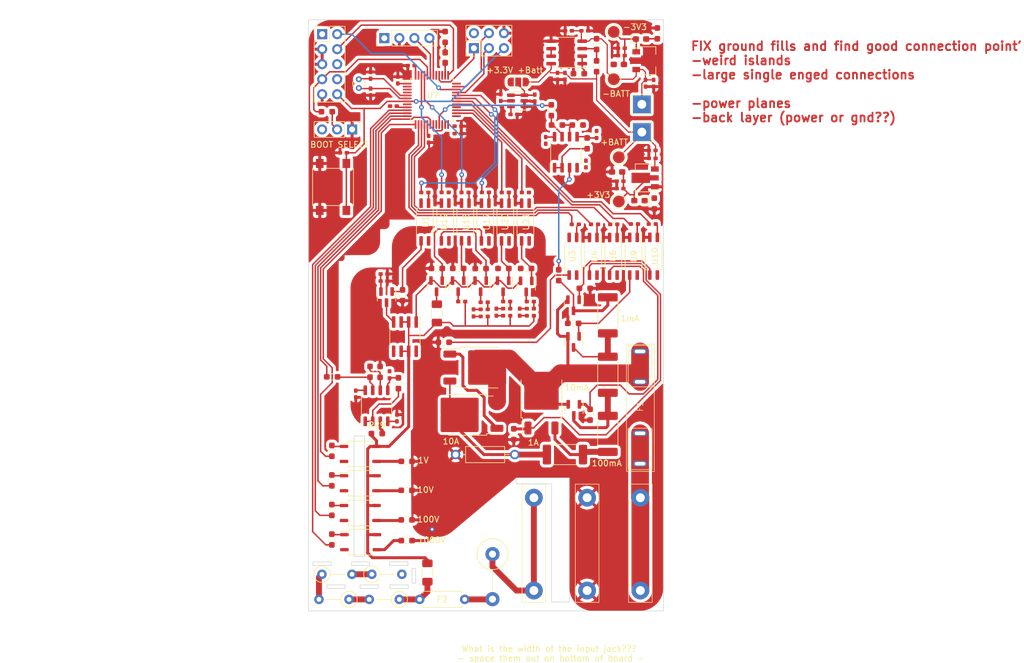
<source format=kicad_pcb>
(kicad_pcb (version 20221018) (generator pcbnew)
  (layers (0 "F.Cu" signal) (31 "B.Cu" signal) (34 "B.Paste" user) (35 "F.Paste" user) (36 "B.SilkS" user "B.Silkscreen") (37 "F.SilkS" user "F.Silkscreen") (38 "B.Mask" user) (39 "F.Mask" user) (44 "Edge.Cuts" user))
  (net 0 "")
  (net 1 "NRST")
  (net 2 "OscOut")
  (net 3 "OscIn")
  (net 4 "+3.3V")
  (net 5 "BattOut+")
  (net 6 "Net-(IC1-EN)")
  (net 7 "3Vref")
  (net 8 "Net-(IC1-NR)")
  (net 9 "-3V3")
  (net 10 "BattOut-")
  (net 11 "Net-(D1-A)")
  (net 12 "Net-(D2-K)")
  (net 13 "Net-(D3-K)")
  (net 14 "GPIO_11")
  (net 15 "Net-(F2-Pad1)")
  (net 16 "Net-(F2-Pad2)")
  (net 17 "SPI1MISO")
  (net 18 "SPI1SCK")
  (net 19 "SPI1MOSI")
  (net 20 "Net-(J3-Pin_2)")
  (net 21 "SWDIO")
  (net 22 "SWCLK")
  (net 24 "BOOT0")
  (net 26 "GNDA")
  (net 27 "I2C1_SDA")
  (net 28 "I2C1_SCL")
  (net 29 "InputPosRaw")
  (net 30 "Net-(Q1-G)")
  (net 31 "InputAmps")
  (net 32 "Net-(Q2-G)")
  (net 33 "Net-(Q3-G)")
  (net 34 "Net-(Q4-G)")
  (net 35 "Net-(Q5-G)")
  (net 36 "SD-ADC2")
  (net 37 "Net-(Q6-G)")
  (net 38 "Net-(Q6-D)")
  (net 39 "Net-(Q7-G)")
  (net 40 "Net-(Q10-S)")
  (net 41 "Net-(Q7-D)")
  (net 42 "Net-(Q9-G)")
  (net 43 "Net-(Q9-D)")
  (net 44 "Net-(Q10-G)")
  (net 45 "Net-(Q10-D)")
  (net 46 "Net-(Q11-G)")
  (net 47 "Net-(Q11-D)")
  (net 48 "Net-(Q12-G)")
  (net 49 "Net-(Q12-D)")
  (net 50 "Net-(U2A-+)")
  (net 51 "GPIO_5")
  (net 52 "Net-(R4-Pad2)")
  (net 53 "Net-(R5-Pad1)")
  (net 54 "GPIO_6")
  (net 55 "Net-(R6-Pad1)")
  (net 56 "GPIO_7")
  (net 57 "Net-(R7-Pad1)")
  (net 58 "GPIO_8")
  (net 59 "Net-(R8-Pad1)")
  (net 60 "GPIO_9")
  (net 61 "GPIO_10")
  (net 62 "Net-(R11-Pad2)")
  (net 63 "GPIO_3")
  (net 64 "Net-(R13-Pad2)")
  (net 65 "Net-(U5B-+)")
  (net 66 "Net-(U5B--)")
  (net 67 "Net-(R16-Pad2)")
  (net 68 "GPIO_4")
  (net 69 "Net-(R19-Pad2)")
  (net 70 "GPIO_2")
  (net 71 "Net-(R25-Pad2)")
  (net 72 "GPIO_1")
  (net 73 "Net-(R27-Pad2)")
  (net 74 "Net-(U5A-+)")
  (net 75 "InputPos")
  (net 76 "Net-(R37-Pad1)")
  (net 77 "Net-(R37-Pad2)")
  (net 78 "Net-(R38-Pad1)")
  (net 79 "Net-(R39-Pad1)")
  (net 80 "Net-(R40-Pad1)")
  (net 81 "Net-(R42-Pad1)")
  (net 82 "Net-(R44-Pad1)")
  (net 83 "Net-(R45-Pad2)")
  (net 84 "Net-(R46-Pad2)")
  (net 85 "/Measurement Analog/1000V")
  (net 86 "Net-(R52-Pad1)")
  (net 87 "/Measurement Analog/100V")
  (net 88 "Net-(R55-Pad1)")
  (net 89 "/Measurement Analog/10V")
  (net 90 "Net-(R58-Pad1)")
  (net 91 "/Measurement Analog/1V")
  (net 92 "Net-(R61-Pad1)")
  (net 93 "Net-(R62-Pad1)")
  (net 94 "Net-(U5A--)")
  (net 95 "Net-(RV1-Pad2)")
  (net 96 "Net-(RV2-Pad2)")
  (net 97 "Net-(RV3-Pad2)")
  (net 98 "Net-(U2A--)")
  (net 99 "Net-(U2B--)")
  (net 103 "SD-ADC1")
  (net 105 "GPIO_LED")
  (net 106 "GPIO_12")
  (net 111 "GPIO_13")
  (net 112 "GPIO_14")
  (net 113 "GND")
  (net 114 "Net-(Q1-D)")
  (net 115 "Net-(Q2-S)")
  (net 116 "Net-(Q3-S)")
  (net 117 "Net-(Q4-S)")
  (net 118 "CurrentOut")
  (net 119 "Net-(U22A-+)")
  (net 120 "Net-(U22A--)")
  (net 121 "Net-(U22B-+)")
  (net 122 "Net-(U22B--)")
  (net 123 "Net-(R69-Pad2)")
  (net 124 "GPIO_15")
  (net 125 "Net-(J7-Pin_1)")
  (footprint "TestPoint:TestPoint_THTPad_3.0x3.0mm_Drill1.5mm" (layer "F.Cu") (at 189.5 46.7 -90)
    (fp_text reference "J8" hide)
    (fp_text value "Conn_01x01")
  )
  (footprint "Resistor_SMD:R_0603_1608Metric_Pad0.98x0.95mm_HandSolder" (layer "F.Cu") (at 137.0975 100.62 90)
    (fp_text reference "R19" hide)
    (fp_text value "1K")
  )
  (footprint "Capacitor_SMD:C_0402_1005Metric_Pad0.74x0.62mm_HandSolder" (layer "F.Cu") (at 158.4175 45.7)
    (fp_text reference "C29" hide)
    (fp_text value "100nF")
  )
  (footprint "Resistor_SMD:R_0603_1608Metric_Pad0.98x0.95mm_HandSolder" (layer "F.Cu") (at 181.85 35.5625 90)
    (fp_text reference "R1" hide)
    (fp_text value "100K")
  )
  (footprint "Resistor_SMD:R_0402_1005Metric_Pad0.72x0.64mm_HandSolder" (layer "F.Cu") (at 166.65 76.5625)
    (fp_text reference "R40" hide)
    (fp_text value "16R")
  )
  (footprint "Resistor_SMD:R_0402_1005Metric_Pad0.72x0.64mm_HandSolder" (layer "F.Cu") (at 163.05 56.9 180)
    (fp_text reference "R52" hide)
    (fp_text value "100R")
  )
  (footprint "Resistor_SMD:R_0603_1608Metric_Pad0.98x0.95mm_HandSolder" (layer "F.Cu") (at 169.9375 69.7625)
    (fp_text reference "R59" hide)
    (fp_text value "100K")
  )
  (footprint "Resistor_SMD:R_0603_1608Metric_Pad0.98x0.95mm_HandSolder" (layer "F.Cu") (at 166.1 69.7625)
    (fp_text reference "R56" hide)
    (fp_text value "100K")
  )
  (footprint "Resistor_SMD:R_0603_1608Metric_Pad0.98x0.95mm_HandSolder" (layer "F.Cu") (at 149.75 102.4)
    (fp_text reference "R60" hide)
    (fp_text value "1M")
  )
  (footprint "Resistor_SMD:R_0402_1005Metric_Pad0.72x0.64mm_HandSolder" (layer "F.Cu") (at 166.415 56.9125 180)
    (fp_text reference "R61" hide)
    (fp_text value "100R")
  )
  (footprint "Resistor_THT:R_Axial_DIN0207_L6.3mm_D2.5mm_P5.08mm_Vertical" (layer "F.Cu") (at 140 125.75 180)
    (fp_text reference "RV2" hide)
    (fp_text value "Varistor")
  )
  (footprint "Resistor_SMD:R_0402_1005Metric_Pad0.72x0.64mm_HandSolder" (layer "F.Cu") (at 188.25 62.25 180)
    (fp_text reference "R7" hide)
    (fp_text value "100R")
  )
  (footprint "Resistor_SMD:R_0402_1005Metric_Pad0.72x0.64mm_HandSolder" (layer "F.Cu") (at 152.815 56.9125)
    (fp_text reference "R11" hide)
    (fp_text value "100R")
  )
  (footprint "Resistor_SMD:R_1206_3216Metric_Pad1.30x1.75mm_HandSolder" (layer "F.Cu") (at 154.85 77.3625 90)
    (fp_text reference "R65" hide)
    (fp_text value "64K")
  )
  (footprint "Resistor_THT:R_Axial_DIN0516_L15.5mm_D5.0mm_P7.62mm_Vertical" (layer "F.Cu") (at 164.25 118.09 -90)
    (fp_text reference "R10" hide)
    (fp_text value "1K")
  )
  (footprint "Resistor_SMD:R_0603_1608Metric_Pad0.98x0.95mm_HandSolder" (layer "F.Cu") (at 178.85 36.8125 180)
    (fp_text reference "R24" hide)
    (fp_text value "0R")
  )
  (footprint "Resistor_SMD:R_0603_1608Metric_Pad0.98x0.95mm_HandSolder" (layer "F.Cu") (at 162.25 69.785)
    (fp_text reference "R53" hide)
    (fp_text value "100K")
  )
  (footprint "Connector_PinHeader_2.54mm:PinHeader_1x03_P2.54mm_Vertical" (layer "F.Cu") (at 140.525 46.25 -90)
    (fp_text reference "J3" hide)
    (fp_text value "Conn_01x03" hide)
  )
  (footprint "Capacitor_SMD:C_0402_1005Metric_Pad0.74x0.62mm_HandSolder" (layer "F.Cu") (at 190.1125 38.4325 -90)
    (fp_text reference "C14" hide)
    (fp_text value "1uF")
  )
  (footprint "Custom Lib:Fuse holder" (layer "F.Cu") (at 189.2 92.9 90)
    (fp_text reference "F1")
    (fp_text value "15A")
  )
  (footprint "TestPoint:TestPoint_Pad_D2.0mm" (layer "F.Cu") (at 184.75 29.75 -90)
    (fp_text reference "TP4" hide)
    (fp_text value "TestPoint")
  )
  (footprint "Package_SO:SOP-4_4.4x2.6mm_P1.27mm" (layer "F.Cu") (at 163.015 61.9125 -90)
    (fp_text reference "U17")
    (fp_text value "TLP291")
  )
  (footprint "Resistor_SMD:R_0402_1005Metric_Pad0.72x0.64mm_HandSolder" (layer "F.Cu") (at 170.65 75.3625 180)
    (fp_text reference "R39" hide)
    (fp_text value "1R6")
  )
  (footprint "Package_SO:SOP-4_4.4x2.6mm_P1.27mm" (layer "F.Cu") (at 191.485 67.6875 -90)
    (fp_text reference "U10")
    (fp_text value "TLP291")
  )
  (footprint "Resistor_SMD:R_0603_1608Metric_Pad0.98x0.95mm_HandSolder" (layer "F.Cu") (at 136.25 43.25 180)
    (fp_text reference "R26" hide)
    (fp_text value "10k")
  )
  (footprint "Package_TO_SOT_SMD:SOT-23" (layer "F.Cu") (at 146.345 74.6125 -90)
    (fp_text reference "Q6" hide)
    (fp_text value "SI2301")
  )
  (footprint "Connector_PinHeader_2.54mm:PinHeader_2x03_P2.54mm_Vertical" (layer "F.Cu") (at 161.11 32.5 90)
    (fp_text reference "J1" hide)
    (fp_text value "Conn_02x03_Odd_Even" hide)
  )
  (footprint "Resistor_SMD:R_0603_1608Metric_Pad0.98x0.95mm_HandSolder" (layer "F.Cu") (at 149.75 115.8)
    (fp_text reference "R49" hide)
    (fp_text value "1K")
  )
  (footprint "Resistor_SMD:R_0603_1608Metric_Pad0.98x0.95mm_HandSolder" (layer "F.Cu") (at 158.4525 69.7625)
    (fp_text reference "R51" hide)
    (fp_text value "100K")
  )
  (footprint "LED_SMD:LED_0603_1608Metric_Pad1.05x0.95mm_HandSolder" (layer "F.Cu") (at 189.1 58.2875 180)
    (fp_text reference "D2" hide)
    (fp_text value "LED")
  )
  (footprint "Capacitor_SMD:C_0402_1005Metric_Pad0.74x0.62mm_HandSolder" (layer "F.Cu") (at 186.045 32.5 180)
    (fp_text reference "C22" hide)
    (fp_text value "100nF")
  )
  (footprint "Resistor_SMD:R_0402_1005Metric_Pad0.72x0.64mm_HandSolder" (layer "F.Cu") (at 169.815 56.9125 180)
    (fp_text reference "R62" hide)
    (fp_text value "100R")
  )
  (footprint "Resistor_SMD:R_0402_1005Metric_Pad0.72x0.64mm_HandSolder" (layer "F.Cu") (at 164.9 77.1625 90)
    (fp_text reference "R47" hide)
    (fp_text value "16R")
  )
  (footprint "Resistor_SMD:R_0603_1608Metric_Pad0.98x0.95mm_HandSolder" (layer "F.Cu") (at 137.0975 115.62 90)
    (fp_text reference "R27" hide)
    (fp_text value "1K")
  )
  (footprint "Resistor_THT:R_Axial_DIN0207_L6.3mm_D2.5mm_P5.08mm_Vertical" (layer "F.Cu") (at 143.855 121.5)
    (fp_text reference "RV4" hide)
    (fp_text value "Varistor")
  )
  (footprint "Resistor_SMD:R_0603_1608Metric_Pad0.98x0.95mm_HandSolder" (layer "F.Cu") (at 177.9 79.05 180)
    (fp_text reference "R21" hide)
    (fp_text value "100K")
  )
  (footprint "Package_SO:SOP-4_4.4x2.6mm_P1.27mm" (layer "F.Cu") (at 156.25 61.9 -90)
    (fp_text reference "U19")
    (fp_text value "TLP291")
  )
  (footprint "Capacitor_SMD:C_0402_1005Metric_Pad0.74x0.62mm_HandSolder" (layer "F.Cu") (at 179.85 29.5625 180)
    (fp_text reference "C19" hide)
    (fp_text value "100nF")
  )
  (footprint "Resistor_SMD:R_0402_1005Metric_Pad0.72x0.64mm_HandSolder" (layer "F.Cu") (at 156.25 56.9 180)
    (fp_text reference "R58" hide)
    (fp_text value "100R")
  )
  (footprint "Resistor_SMD:R_0603_1608Metric_Pad0.98x0.95mm_HandSolder" (layer "F.Cu") (at 156 82.25 180)
    (fp_text reference "R35" hide)
    (fp_text value "100K")
  )
  (footprint "Capacitor_SMD:C_0402_1005Metric_Pad0.74x0.62mm_HandSolder" (layer "F.Cu") (at 185.8225 56.2575 180)
    (fp_text reference "C18" hide)
    (fp_text value "1uF")
  )
  (footprint "Capacitor_SMD:C_0402_1005Metric_Pad0.74x0.62mm_HandSolder" (layer "F.Cu") (at 153.45 47.9 -90)
    (fp_text reference "C31" hide)
    (fp_text value "100nF")
  )
  (footprint "Resistor_SMD:R_0402_1005Metric_Pad0.72x0.64mm_HandSolder" (layer "F.Cu") (at 166.65 75.3625 180)
    (fp_text reference "R38" hide)
    (fp_text value "16R")
  )
  (footprint "Resistor_SMD:R_0603_1608Metric_Pad0.98x0.95mm_HandSolder" (layer "F.Cu") (at 156.25 30.6 90)
    (fp_text reference "R30" hide)
    (fp_text value "1k")
  )
  (footprint "Package_SO:SOP-8_3.9x4.9mm_P1.27mm" (layer "F.Cu") (at 176.7925 33.2175 180)
    (fp_text reference "U2" hide)
    (fp_text value "LM358")
  )
  (footprint "Package_TO_SOT_SMD:SOT-23" (layer "F.Cu") (at 177.95 82.1875 -90)
    (fp_text reference "Q4" hide)
    (fp_text value "SI2302")
  )
  (footprint "Capacitor_SMD:C_0402_1005Metric_Pad0.74x0.62mm_HandSolder" (layer "F.Cu") (at 185.8225 55.0075 180)
    (fp_text reference "C4" hide)
    (fp_text value "100nF")
  )
  (footprint "Resistor_SMD:R_0603_1608Metric_Pad0.98x0.95mm_HandSolder" (layer "F.Cu") (at 180.25 48.6 90)
    (fp_text reference "R66" hide)
    (fp_text value "10K")
  )
  (footprint "Package_SO:SOP-4_3.8x4.1mm_P2.54mm" (layer "F.Cu") (at 141.97 116.07)
    (fp_text reference "U14" hide)
    (fp_text value "CPC1017N")
  )
  (footprint "Custom Lib:Bannana Input Jack" (layer "F.Cu") (at 189.25 116.25 90)
    (fp_text reference "J7" hide)
    (fp_text value "Conn_01x02")
  )
  (footprint "Resistor_SMD:R_0603_1608Metric_Pad0.98x0.95mm_HandSolder" (layer "F.Cu") (at 137.0975 110.62 90)
    (fp_text reference "R25" hide)
    (fp_text value "1K")
  )
  (footprint "Package_TO_SOT_SMD:TO-252-2" (layer "F.Cu") (at 162.09 86.53)
    (fp_text reference "Q8" hide)
    (fp_text value "HD6362")
  )
  (footprint "Package_SO:SOP-8_3.9x4.9mm_P1.27mm" (layer "F.Cu") (at 176.65 50.1 90)
    (fp_text reference "U22" hide)
    (fp_text value "OPA2140")
  )
  (footprint "Package_TO_SOT_SMD:SOT-23" (layer "F.Cu") (at 154.8 72.7625 -90)
    (fp_text reference "Q11" hide)
    (fp_text value "SI2301")
  )
  (footprint "Resistor_SMD:R_0603_1608Metric_Pad0.98x0.95mm_HandSolder" (layer "F.Cu") (at 148.35 89.175 90)
    (fp_text reference "R64" hide)
    (fp_text value "10K")
  )
  (footprint "Resistor_SMD:R_0402_1005Metric_Pad0.72x0.64mm_HandSolder" (layer "F.Cu") (at 162.8525 75.485 180)
    (fp_text reference "R41" hide)
    (fp_text value "160R")
  )
  (footprint "Package_TO_SOT_SMD:SOT-23" (layer "F.Cu") (at 162.25 72.7625 -90)
    (fp_text reference "Q9" hide)
    (fp_text value "SI2301")
  )
  (footprint "TestPoint:TestPoint_Pad_D2.0mm" (layer "F.Cu") (at 185.6 50.95 90)
    (fp_text reference "TP1" hide)
    (fp_text value "TestPoint")
  )
  (footprint "Resistor_SMD:R_0402_1005Metric_Pad0.72x0.64mm_HandSolder" (layer "F.Cu") (at 166.65 77.7625 180)
    (fp_text reference "R45" hide)
    (fp_text value "16R")
  )
  (footprint "Resistor_SMD:R_0603_1608Metric_Pad0.98x0.95mm_HandSolder" (layer "F.Cu") (at 192.1125 30 90)
    (fp_text reference "R12" hide)
    (fp_text value "1k")
  )
  (footprint "Capacitor_SMD:C_0402_1005Metric_Pad0.74x0.62mm_HandSolder" (layer "F.Cu") (at 143.65 37.1 90)
    (fp_text reference "C3" hide)
    (fp_text value "22pF")
  )
  (footprint "Resistor_SMD:R_0603_1608Metric_Pad0.98x0.95mm_HandSolder" (layer "F.Cu") (at 137.15 88.1 180)
    (fp_text reference "R28" hide)
    (fp_text value "0R")
  )
  (footprint "Resistor_SMD:R_2512_6332Metric_Pad1.40x3.35mm_HandSolder" (layer "F.Cu") (at 183.75 97.75 90)
    (fp_text reference "R18" hide)
    (fp_text value "1R")
  )
  (footprint "Capacitor_SMD:C_0402_1005Metric_Pad0.74x0.62mm_HandSolder" (layer "F.Cu") (at 145.9125 70.7)
    (fp_text reference "C12" hide)
    (fp_text value "1uF")
  )
  (footprint "Package_TO_SOT_SMD:SOT-23" (layer "F.Cu") (at 178 93.6875 -90)
    (fp_text reference "Q3" hide)
    (fp_text value "SI2302")
  )
  (footprint "Package_TO_SOT_SMD:SOT-23" (layer "F.Cu") (at 158.45 72.7625 -90)
    (fp_text reference "Q7" hide)
    (fp_text value "SI2301")
  )
  (footprint "Capacitor_SMD:C_0402_1005Metric_Pad0.74x0.62mm_HandSolder" (layer "F.Cu") (at 147.5 42.3 180)
    (fp_text reference "C32" hide)
    (fp_text value "100nF")
  )
  (footprint "Resistor_SMD:R_0402_1005Metric_Pad0.72x0.64mm_HandSolder" (layer "F.Cu") (at 162.8525 77.885 180)
    (fp_text reference "R43" hide)
    (fp_text value "160R")
  )
  (footprint "Resistor_SMD:R_0603_1608Metric_Pad0.98x0.95mm_HandSolder" (layer "F.Cu") (at 175.45 70.9 90)
    (fp_text reference "R63" hide)
    (fp_text value "0R")
  )
  (footprint "TestPoint:TestPoint_Pad_D2.0mm" (layer "F.Cu") (at 184.75 37.75 -90)
    (fp_text reference "TP3" hide)
    (fp_text value "TestPoint")
  )
  (footprint "Resistor_SMD:R_0402_1005Metric_Pad0.72x0.64mm_HandSolder" (layer "F.Cu") (at 168.85 77.1625 90)
    (fp_text reference "R48" hide)
    (fp_text value "1R6")
  )
  (footprint "LED_SMD:LED_0603_1608Metric_Pad1.05x0.95mm_HandSolder" (layer "F.Cu") (at 156.25 34.1 -90)
    (fp_text reference "D3" hide)
    (fp_text value "LED")
  )
  (footprint "Capacitor_SMD:C_0402_1005Metric_Pad0.74x0.62mm_HandSolder" (layer "F.Cu") (at 139.05 50.2 180)
    (fp_text reference "C1" hide)
    (fp_text value "100nF")
  )
  (footprint "Resistor_SMD:R_0402_1005Metric_Pad0.72x0.64mm_HandSolder" (layer "F.Cu") (at 184.75 62.3 180)
    (fp_text reference "R6" hide)
    (fp_text value "100R")
  )
  (footprint "Capacitor_SMD:C_0402_1005Metric_Pad0.74x0.62mm_HandSolder" (layer "F.Cu") (at 191.5 38.4325 -90)
    (fp_text reference "C21" hide)
    (fp_text value "100nF")
  )
  (footprint "Capacitor_SMD:C_0603_1608Metric_Pad1.08x0.95mm_HandSolder" (layer "F.Cu") (at 185.3225 53.44 180)
    (fp_text reference "C15" hide)
    (fp_text value "10uF")
  )
  (footprint "Resistor_SMD:R_0603_1608Metric_Pad0.98x0.95mm_HandSolder" (layer "F.Cu") (at 180.75 94.5 -90)
    (fp_text reference "R33" hide)
    (fp_text value "100K")
  )
  (footprint "Capacitor_SMD:C_0402_1005Metric_Pad0.74x0.62mm_HandSolder" (layer "F.Cu") (at 148.1 95.0675 -90)
    (fp_text reference "C7" hide)
    (fp_text value "100nF")
  )
  (footprint "Package_SO:SOP-4_4.4x2.6mm_P1.27mm" (layer "F.Cu") (at 166.415 61.9125 -90)
    (fp_text reference "U20")
    (fp_text value "TLP291")
  )
  (footprint "Package_TO_SOT_SMD:TO-252-2" (layer "F.Cu") (at 172.53 91.71 90)
    (fp_text reference "Q2" hide)
    (fp_text value "HD6362")
  )
  (footprint "Capacitor_SMD:C_0402_1005Metric_Pad0.74x0.62mm_HandSolder" (layer "F.Cu") (at 158.4175 46.95)
    (fp_text reference "C26" hide)
    (fp_text value "1uF")
  )
  (footprint "Resistor_SMD:R_2512_6332Metric_Pad1.40x3.35mm_HandSolder" (layer "F.Cu") (at 176.5 101.25)
    (fp_text reference "R22" hide)
    (fp_text value "0R1")
  )
  (footprint "Capacitor_SMD:C_0402_1005Metric_Pad0.74x0.62mm_HandSolder" (layer "F.Cu") (at 145.9125 71.9)
    (fp_text reference "C11" hide)
    (fp_text value "100nF")
  )
  (footprint "Resistor_SMD:R_0603_1608Metric_Pad0.98x0.95mm_HandSolder" (layer "F.Cu") (at 179.85 73.125)
    (fp_text reference "R31" hide)
    (fp_text value "100K")
  )
  (footprint "Resistor_SMD:R_1206_3216Metric_Pad1.30x1.75mm_HandSolder" (layer "F.Cu") (at 153.25 121.2 90)
    (fp_text reference "R36" hide)
    (fp_text value "10M")
  )
  (footprint "Package_SO:SOP-4_4.4x2.6mm_P1.27mm" (layer "F.Cu") (at 188.085 67.7 -90)
    (fp_text reference "U9")
    (fp_text value "TLP291")
  )
  (footprint "Resistor_SMD:R_2512_6332Metric_Pad1.40x3.35mm_HandSolder" (layer "F.Cu") (at 183.75 77.7 90)
    (fp_text reference "R17" hide)
    (fp_text value "100R")
  )
  (footprint "Package_SO:SOP-4_4.4x2.6mm_P1.27mm" (layer "F.Cu") (at 181.285 67.7125 -90)
    (fp_text reference "U4")
    (fp_text value "TLP291")
  )
  (footprint "Resistor_SMD:R_0603_1608Metric_Pad0.98x0.95mm_HandSolder" (layer "F.Cu") (at 143.55 87.25 -90)
    (fp_text reference "R16" hide)
    (fp_text value "145K")
  )
  (footprint "LED_SMD:LED_0603_1608Metric_Pad1.05x0.95mm_HandSolder" (layer "F.Cu") (at 189.3625 30.95)
    (fp_text reference "D1" hide)
    (fp_text value "LED")
  )
  (footprint "Resistor_THT:R_Axial_DIN0207_L6.3mm_D2.5mm_P7.62mm_Horizontal" (layer "F.Cu") (at 159.56 125.75 180)
    (fp_text reference "F2")
    (fp_text value "Thermister (PTC)")
  )
  (footprint "Resistor_SMD:R_0603_1608Metric_Pad0.98x0.95mm_HandSolder" (layer "F.Cu") (at 144.7 97.7)
    (fp_text reference "R29")
    (fp_text value "0R")
  )
  (footprint "Capacitor_SMD:C_0402_1005Metric_Pad0.74x0.62mm_HandSolder" (layer "F.Cu") (at 180.05 52.1 -90)
    (fp_text reference "C28" hide)
    (fp_text value "100nF")
  )
  (footprint "TestPoint:TestPoint_Pad_D2.0mm" (layer "F.Cu") (at 185.6 58.44 -90)
    (fp_text reference "TP2" hide)
    (fp_text value "TestPoint")
  )
  (footprint "Resistor_SMD:R_0402_1005Metric_Pad0.72x0.64mm_HandSolder" (layer "F.Cu") (at 170.65 76.5625)
    (fp_text reference "R44" hide)
    (fp_text value "1R6")
  )
  (footprint "Resistor_SMD:R_0603_1608Metric_Pad0.98x0.95mm_HandSolder" (layer "F.Cu") (at 167.85 97.8 -90)
    (fp_text reference "R34" hide)
    (fp_text value "100K")
  )
  (footprint "Package_SO:SOP-4_4.4x2.6mm_P1.27mm" (layer "F.Cu") (at 159.65 61.9 -90)
    (fp_text reference "U18")
    (fp_text value "TLP291")
  )
  (footprint "Resistor_SMD:R_0402_1005Metric_Pad0.72x0.64mm_HandSolder" (layer "F.Cu") (at 162.8525 76.685)
    (fp_text reference "R37" hide)
    (fp_text value "160R")
  )
  (footprint "Resistor_SMD:R_0402_1005Metric_Pad0.72x0.64mm_HandSolder" (layer "F.Cu") (at 181.85 47.1 90)
    (fp_text reference "R68" hide)
    (fp_text value "300K")
  )
  (footprint "Resistor_SMD:R_0402_1005Metric_Pad0.72x0.64mm_HandSolder" (layer "F.Cu") (at 159.615 56.9125 180)
    (fp_text reference "R55" hide)
    (fp_text value "100R")
  )
  (footprint "Capacitor_SMD:C_0402_1005Metric_Pad0.74x0.62mm_HandSolder" (layer "F.Cu") (at 165.65 40.85625 90)
    (fp_text reference "C10" hide)
    (fp_text value "1uF")
  )
  (footprint "Resistor_SMD:R_0603_1608Metric_Pad0.98x0.95mm_HandSolder" (layer "F.Cu") (at 154.85 69.7625)
    (fp_text reference "R50" hide)
    (fp_text value "100K")
  )
  (footprint "Resistor_SMD:R_0603_1608Metric_Pad0.98x0.95mm_HandSolder" (layer "F.Cu") (at 178.65 45.5 180)
    (fp_text reference "R67" hide)
    (fp_text value "10K")
  )
  (footprint "Resistor_THT:R_Axial_DIN0207_L6.3mm_D2.5mm_P5.08mm_Vertical" (layer "F.Cu") (at 135.42 121.5)
    (fp_text reference "RV3" hide)
    (fp_text value "Varistor")
  )
  (footprint "Package_TO_SOT_SMD:SOT-23-6" (layer "F.Cu") (at 168.5125 41.40625 180)
    (fp_text reference "IC1" hide)
    (fp_text value "REF35300QDBVR" hide)
  )
  (footprint "Resistor_SMD:R_0402_1005Metric_Pad0.72x0.64mm_HandSolder" (layer "F.Cu") (at 181.5 62.3 180)
    (fp_text reference "R5" hide)
    (fp_text value "100R")
  )
  (footprint "Resistor_SMD:R_0402_1005Metric_Pad0.72x0.64mm_HandSolder" (layer "F.Cu") (at 161.0525 77.285 90)
    (fp_text reference "R42" hide)
    (fp_text value "160R")
  )
  (footprint "Custom Lib:Shunt L10mm PAD1mm" (layer "F.Cu") (at 163.25 101.25 180)
    (fp_text reference "R20" hide)
    (fp_text value "0R01")
  )
  (footprint "Package_SO:SOP-4_3.8x4.1mm_P2.54mm" (layer "F.Cu") (at 141.9 106.1)
    (fp_text reference "U13" hide)
    (fp_text value "CPC1017N")
  )
  (footprint "Resistor_SMD:R_0402_1005Metric_Pad0.72x0.64mm_HandSolder" (layer "F.Cu") (at 159.05 75.3625 180)
    (fp_text reference "R32" hide)
    (fp_text value "6K4")
  )
  (footprint "Jumper:SolderJumper-3_P1.3mm_Open_RoundedPad1.0x1.5mm_NumberLabels" (layer "F.Cu") (at 168.6 38.22125)
    (fp_text reference "JP1" hide)
    (fp_text value "Jumper_3_Open" hide)
  )
  (footprint "Capacitor_SMD:C_0402_1005Metric_Pad0.74x0.62mm_HandSolder" (layer "F.Cu") (at 141.1475 91 -90)
    (fp_text reference "C6" hide)
    (fp_text value "100nF")
  )
  (footprint "Custom Lib:Bannana Input Jack" (layer "F.Cu") (at 180.25 116.25 90)
    (fp_text reference "J5" hide)
    (fp_text value "Conn_01x02")
  )
  (footprint "Capacitor_SMD:C_0402_1005Metric_Pad0.74x0.62mm_HandSolder" (layer "F.Cu") (at 176.5 37.2425 -90)
    (fp_text reference "C17" hide)
    (fp_text value "100nF")
  )
  (footprint "Connector_PinHeader_2.54mm:PinHeader_2x05_P2.54mm_Vertical" (layer "F.Cu") (at 135.46 30.13)
    (fp_text reference "J4" hide)
    (fp_text value "Conn_02x05_Odd_Even" hide)
  )
  (footprint "Package_SO:SOP-4_4.4x2.6mm_P1.27mm" (layer "F.Cu") (at 177.85 67.7 -90)
    (fp_text reference "U3")
    (fp_text value "TLP291")
  )
  (footprint "Package_SO:SOP-4_3.8x4.1mm_P2.54mm" (layer "F.Cu") (at 141.9 101.14)
    (fp_text reference "U16" hide)
    (fp_text value "CPC1017N")
  )
  (footprint "Resistor_SMD:R_0402_1005Metric_Pad0.72x0.64mm_HandSolder" (layer "F.Cu") (at 170.65 77.7625 180)
    (fp_text reference "R46" hide)
    (fp_text value "1R6")
  )
  (footprint "Package_SO:SOP-4_4.4x2.6mm_P1.27mm" (layer "F.Cu") (at 152.815 61.9125 -90)
    (fp_text reference "U1")
    (fp_text value "TLP291")
  )
  (footprint "Capacitor_SMD:C_0402_1005Metric_Pad0.74x0.62mm_HandSolder" (layer "F.Cu") (at 191.2525 49.7875 180)
    (fp_text reference "C5" hide)
    (fp_text value "100nF")
  )
  (footprint "TestPoint:TestPoint_THTPad_3.0x3.0mm_Drill1.5mm" (layer "F.Cu") (at 189.5 42 -90)
    (fp_text reference "J9" hide)
    (fp_text value "Conn_01x01")
  )
  (footprint "Resistor_SMD:R_0603_1608Metric_Pad0.98x0.95mm_HandSolder" (layer "F.Cu") (at 137.0975 105.62 90)
    (fp_text reference "R13" hide)
    (fp_text value "1K")
  )
  (footprint "Capacitor_SMD:C_0603_1608Metric_Pad1.08x0.95mm_HandSolder" (layer "F.Cu") (at 185.6125 35.25 180)
    (fp_text reference "C24" hide)
    (fp_text value "10uF")
  )
  (footprint "Package_QFP:LQFP-48_7x7mm_P0.5mm" (layer "F.Cu") (at 154 41.25)
    (fp_text reference "U7")
    (fp_text value "STM32F373CCTx" hide)
  )
  (footprint "Custom Lib:Bannana Input Jack" (layer "F.Cu") (at 171.25 116.25 90)
    (fp_text reference "J2" hide)
    (fp_text value "Conn_01x02")
  )
  (footprint "Capacitor_SMD:C_0402_1005Metric_Pad0.74x0.62mm_HandSolder" (layer "F.Cu") (at 171.4 40.92375 -90)
    (fp_text reference "C8" hide)
    (fp_text value "100nF")
  )
  (footprint "Package_SO:SOIC-8_3.9x4.9mm_P1.27mm" (layer "F.Cu") (at 149.45 81.3 -90)
    (fp_text reference "U11" hide)
    (fp_text value "LM334M")
  )
  (footprint "Resistor_SMD:R_0603_1608Metric_Pad0.98x0.95mm_HandSolder" (layer "F.Cu") (at 149.05 74.3 -90)
    (fp_text reference "R2" hide)
    (fp_text value "100K")
  )
  (footprint "Capacitor_SMD:C_0402_1005Metric_Pad0.74x0.62mm_HandSolder" (layer "F.Cu") (at 150.5 35.45 180)
    (fp_text reference "C34" hide)
    (fp_text value "100nF")
  )
  (footprint "Package_TO_SOT_SMD:SOT-89-3" (layer "F.Cu") (at 190.5 34.6125)
    (fp_text reference "U12" hide)
    (fp_text value "XC62KN33302PR-G" hide)
  )
  (footprint "Capacitor_SMD:C_0402_1005Metric_Pad0.74x0.62mm_HandSolder" (layer "F.Cu") (at 177.1 29.5625)
    (fp_text reference "C23" hide)
    (fp_text value "1uF")
  )
  (footprint "Package_SO:SOP-4_4.4x2.6mm_P1.27mm" (layer "F.Cu") (at 169.815 61.9125 -90)
    (fp_text reference "U21")
    (fp_text value "TLP291")
  )
  (footprint "Resistor_SMD:R_0603_1608Metric_Pad0.98x0.95mm_HandSolder" (layer "F.Cu") (at 174.2 43 90)
    (fp_text reference "R70" hide)
    (fp_text value "0R")
  )
  (footprint "Capacitor_SMD:C_0402_1005Metric_Pad0.74x0.62mm_HandSolder" (layer "F.Cu") (at 167.8675 43.70375)
    (fp_text reference "C9" hide)
    (fp_text value "1uF")
  )
  (footprint "Capacitor_SMD:C_0402_1005Metric_Pad0.74x0.62mm_HandSolder" (layer "F.Cu") (at 173.25 48.1 -90)
    (fp_text reference "C25" hide)
    (fp_text value "100nF")
  )
  (footprint "Capacitor_SMD:C_0402_1005Metric_Pad0.74x0.62mm_HandSolder" (layer "F.Cu") (at 143.65 39.9 -90)
    (fp_text reference "C2" hide)
    (fp_text value "22pF")
  )
  (footprint "Capacitor_SMD:C_0402_1005Metric_Pad0.74x0.62mm_HandSolder" (layer "F.Cu") (at 191.2525 51.1375 180)
    (fp_text reference "C16" hide)
    (fp_text value "1uF")
  )
  (footprint "Package_TO_SOT_SMD:SOT-23" (layer "F.Cu") (at 169.95 72.8 -90)
    (fp_text reference "Q12" hide)
    (fp_text value "SI2301")
  )
  (footprint "Package_TO_SOT_SMD:TO-252-2" (layer "F.Cu") (at 159.96 94.53 180)
    (fp_text reference "Q1" hide)
    (fp_text value "HD6362")
  )
  (footprint "Package_SO:SOP-8_3.9x4.9mm_P1.27mm" (layer "F.Cu") (at 144.6475 93 90)
    (fp_text reference "U5" hide)
    (fp_text value "OPA2140")
  )
  (footprint "Resistor_SMD:R_0603_1608Metric_Pad0.98x0.95mm_HandSolder" (layer "F.Cu") (at 149.7375 107.3)
    (fp_text reference "R57" hide)
    (fp_text value "100K")
  )
  (footprint "Package_SO:SOP-4_4.4x2.6mm_P1.27mm" (layer "F.Cu") (at 184.685 67.7125 -90)
    (fp_text reference "U6")
    (fp_text value "TLP291")
  )
  (footprint "Capacitor_SMD:C_0402_1005Metric_Pad0.74x0.62mm_HandSolder" (layer "F.Cu") (at 186.045 33.75 180)
    (fp_text reference "C13" hide)
    (fp_text value "1uF")
  )
  (footprint "Package_SO:SOP-4_3.8x4.1mm_P2.54mm" (layer "F.Cu") (at 141.9 111.14)
    (fp_text reference "U15" hide)
    (fp_text value "CPC1017N")
  )
  (footprint "Button_Switch_SMD:SW_SPST_B3S-1000" (layer "F.Cu") (at 137.3 55.975 -90)
    (fp_text reference "SW1" hide)
    (fp_text value "SW_Push" hide)
  )
  (footprint "Capacitor_SMD:C_0402_1005Metric_Pad0.74x0.62mm_HandSolder" (layer "F.Cu") (at 175.25 37.2425 -90)
    (fp_text reference "C20" hide)
    (fp_text value "1uF")
  )
  (footprint "Capacitor_SMD:C_0402_1005Metric_Pad0.74x0.62mm_HandSolder" (layer "F.Cu") (at 148.25 37.9 90)
    (fp_text reference "C33" hide)
    (fp_text value "100nF")
  )
  (footprint "Resistor_SMD:R_0402_1005Metric_Pad0.72x0.64mm_HandSolder" (layer "F.Cu") (at 191.25 62.25 180)
    (fp_text reference "R8" hide)
    (fp_text value "100R")
  )
  (footprint "Connector_PinHeader_2.54mm:PinHeader_1x04_P2.54mm_Vertical" (layer "F.Cu") (at 145.97 30.8 90)
    (fp_text reference "J6" hide)
    (fp_text value "Conn_01x04" hide)
  )
  (footprint "Resistor_SMD:R_0603_1608Metric_Pad0.98x0.95mm_HandSolder" (layer "F.Cu") (at 145.25 87.2675 -90)
    (fp_text reference "R15" hide)
    (fp_text value "10K")
  )
  (footprint "Package_TO_SOT_SMD:SOT-89-3" (layer "F.Cu") (at 189.7525 54.44 180)
    (fp_text reference "U8" hide)
    (fp_text value "AMS1117-3.3")
  )
  (footprint "Resistor_SMD:R_0603_1608Metric_Pad0.98x0.95mm_HandSolder" (layer "F.Cu") (at 149.7375 112.3)
    (fp_text reference "R54" hide)
    (fp_text value "10K")
  )
  (footprint "Resistor_THT:R_Axial_DIN0207_L6.3mm_D2.5mm_P5.08mm_Vertical" (layer "F.Cu") (at 148.5 125.75 180)
    (fp_text reference "RV1" hide)
    (fp_text value "Varistor")
  )
  (footprint "Package_TO_SOT_SMD:SOT-23" (layer "F.Cu") (at 166.05 72.7775 -90)
    (fp_text reference "Q10" hide)
    (fp_text value "SI2301")
  )
  (footprint "Package_TO_SOT_SMD:SOT-23" (layer "F.Cu") (at 177.95 75.9875 -90)
    (fp_text reference "Q5" hide)
    (fp_text value "SI2302")
  )
  (footprint "Resistor_SMD:R_0603_1608Metric_Pad0.98x0.95mm_HandSolder" (layer "F.Cu") (at 191.6 58.7875 -90)
    (fp_text reference "R9" hide)
    (fp_text value "1k")
  )
  (footprint "Crystal:Crystal_DS10_D1.0mm_L4.3mm_Vertical" (layer "F.Cu") (at 141.65 39.25 90)
    (fp_text reference "Y1" hide)
    (fp_text value "16Mhz")
  )
  (footprint "Resistor_SMD:R_0603_1608Metric_Pad0.98x0.95mm_HandSolder" (layer "F.Cu") (at 175.15 45.5 180)
    (fp_text reference "R69" hide)
    (fp_text value "145K")
  )
  (footprint "Resistor_SMD:R_0603_1608Metric_Pad0.98x0.95mm_HandSolder" (layer "F.Cu") (at 181.85 31.8125 90)
    (fp_text reference "R3" hide)
    (fp_text value "100K")
  )
  (footprint "Resistor_SMD:R_0402_1005Metric_Pad0.72x0.64mm_HandSolder" (layer "F.Cu") (at 178.25 62.3)
    (fp_text reference "R4" hide)
    (fp_text value "100R")
  )
  (footprint "Resistor_SMD:R_0402_1005Metric_Pad0.72x0.64mm_HandSolder" (layer "F.Cu") (at 146.85 87.75 90)
    (fp_text reference "R14" hide)
    (fp_text value "300K")
  )
  (footprint "Resistor_SMD:R_2512_6332Metric_Pad1.40x3.35mm_HandSolder" (layer "F.Cu") (at 183.75 87.75 90)
    (fp_text reference "R23" hide)
    (fp_text value "10R")
  )
  (gr_poly (pts (xy 168.25 105.2) (xy 177.25 105.2) (xy 177.25 126.2) (xy 174.25 126.2) (xy 174.25 106.2) (xy 168.25 106.2)) (stroke (width 0.1)) (fill none) (layer "Edge.Cuts"))
  (gr_rect (start 140.4 119.4) (end 143.5 120) (stroke (width 0.1)) (fill none) (layer "Edge.Cuts"))
  (gr_rect (start 146.85 119.4) (end 149.95 120) (stroke (width 0.1)) (fill none) (layer "Edge.Cuts"))
  (gr_rect (start 150.65 120.5) (end 151.25 123) (stroke (width 0.1)) (fill none) (layer "Edge.Cuts"))
  (gr_rect (start 136.25 123.3) (end 139.35 123.9) (stroke (width 0.1)) (fill none) (layer "Edge.Cuts"))
  (gr_rect (start 141.85 123.3) (end 144.95 123.9) (stroke (width 0.1)) (fill none) (layer "Edge.Cuts"))
  (gr_rect (start 140.85 98.1) (end 142.65 118.5) (stroke (width 0.1)) (fill none) (layer "Edge.Cuts"))
  (gr_rect (start 133.15 27.7) (end 193.15 127.7) (stroke (width 0.1)) (fill none) (layer "Edge.Cuts"))
  (gr_rect (start 146.9 123.3) (end 150 123.9) (stroke (width 0.1)) (fill none) (layer "Edge.Cuts"))
  (gr_rect (start 133.9 119.4) (end 137 120) (stroke (width 0.1)) (fill none) (layer "Edge.Cuts"))
  (gr_text "FIX ground fills and find good connection point'\n-weird islands\n-large single enged connections\n\n-power planes\n-back layer (power or gnd??)" (at 197.65 45.1) (layer "F.Cu") (effects (font (size 1.5 1.5) (thickness 0.3) bold) (justify left bottom)))
  (gr_text "10V" (at 151.45 107.8) (layer "F.SilkS") (effects (font (size 1 1)) (justify left bottom)))
  (gr_text "-3V3" (at 186.25 29.5) (layer "F.SilkS") (effects (font (size 1 1)) (justify left bottom)))
  (gr_text "+BATT" (at 182.45 49) (layer "F.SilkS") (effects (font (size 1 1)) (justify left bottom)))
  (gr_text "+3.3V" (at 163.15 36.8) (layer "F.SilkS") (effects (font (size 1 1)) (justify left bottom)))
  (gr_text "1A" (at 170.15 99.8) (layer "F.SilkS") (effects (font (size 1 1)) (justify left bottom)))
  (gr_text "1000V" (at 151.55 116.3) (layer "F.SilkS") (effects (font (size 1 1)) (justify left bottom)))
  (gr_text "1V" (at 151.55 102.8) (layer "F.SilkS") (effects (font (size 1 1)) (justify left bottom)))
  (gr_text "-BATT" (at 182.75 40.8) (layer "F.SilkS") (effects (font (size 1 1)) (justify left bottom)))
  (gr_text "100V" (at 151.45 112.8) (layer "F.SilkS") (effects (font (size 1 1)) (justify left bottom)))
  (gr_text "1mA" (at 185.85 78.8) (layer "F.SilkS") (effects (font (size 1 1)) (justify left bottom)))
  (gr_text "BOOT SELECT" (at 133.35 49.4) (layer "F.SilkS") (effects (font (size 1 1)) (justify left bottom)))
  (gr_text "+3V3" (at 180.05 57.9) (layer "F.SilkS") (effects (font (size 1 1)) (justify left bottom)))
  (gr_text " What is the width of the input jack???\n- space them out on bottom of board -" (at 158.2 136.3) (layer "F.SilkS") (effects (font (size 1 1)) (justify left bottom)))
  (gr_text "100mA" (at 180.95 103.3) (layer "F.SilkS") (effects (font (size 1 1)) (justify left bottom)))
  (gr_text "10mA" (at 176.35 90.5) (layer "F.SilkS") (effects (font (size 1 1)) (justify left bottom)))
  (gr_text "+Batt" (at 168.4125 36.80625) (layer "F.SilkS") (effects (font (size 1 1)) (justify left bottom)))
  (gr_text "10A" (at 155.75 99.6) (layer "F.SilkS") (effects (font (size 1 1)) (justify left bottom)))
  (segment (start 138 40.29) (end 140.41 42.7) (width 0.25) (layer "F.Cu") (net 1))
  (segment (start 139.55 52) (end 139.55 50.2675) (width 0.25) (layer "F.Cu") (net 1))
  (segment (start 146.45 41.5) (end 145.25 42.7) (width 0.25) (layer "F.Cu") (net 1))
  (segment (start 149.8375 41.5) (end 151.35 41.5) (width 0.25) (layer "F.Cu") (net 1))
  (segment (start 145.25 42.7) (end 142.55 42.7) (width 0.25) (layer "F.Cu") (net 1))
  (segment (start 139.6175 50.2) (end 141.05 50.2) (width 0.25) (layer "F.Cu") (net 1))
  (segment (start 139.55 50.2675) (end 139.6175 50.2) (width 0.25) (layer "F.Cu") (net 1))
  (segment (start 141.05 50.2) (end 142.55 48.7) (width 0.25) (layer "F.Cu") (net 1))
  (segment (start 140.41 42.7) (end 142.55 42.7) (width 0.25) (layer "F.Cu") (net 1))
  (segment (start 139.55 59.95) (end 139.55 52) (width 0.25) (layer "F.Cu") (net 1))
  (segment (start 149.8375 41.5) (end 146.45 41.5) (width 0.25) (layer "F.Cu") (net 1))
  (segment (start 142.55 48.7) (end 142.55 42.7) (width 0.25) (layer "F.Cu") (net 1))
  (via (at 151.35 41.5) (size 0.8) (drill 0.4) (layers "F.Cu" "B.Cu") (net 1))
  (segment (start 151.35 41.5) (end 157.19 41.5) (width 0.25) (layer "B.Cu") (net 1))
  (segment (start 157.19 41.5) (end 166.19 32.5) (width 0.25) (layer "B.Cu") (net 1))
  (segment (start 143.65 39.3325) (end 146.878604 39.3325) (width 0.25) (layer "F.Cu") (net 2))
  (segment (start 143.65 39.3325) (end 141.7325 39.3325) (width 0.25) (layer "F.Cu") (net 2))
  (segment (start 148.546104 41) (end 149.8375 41) (width 0.25) (layer "F.Cu") (net 2))
  (segment (start 141.7325 39.3325) (end 141.65 39.25) (width 0.25) (layer "F.Cu") (net 2))
  (segment (start 146.878604 39.3325) (end 148.546104 41) (width 0.25) (layer "F.Cu") (net 2))
  (segment (start 145.85 37.6675) (end 143.65 37.6675) (width 0.25) (layer "F.Cu") (net 3))
  (segment (start 141.7325 37.6675) (end 141.65 37.75) (width 0.25) (layer "F.Cu") (net 3))
  (segment (start 149.8375 40.5) (end 148.6825 40.5) (width 0.25) (layer "F.Cu") (net 3))
  (segment (start 143.65 37.6675) (end 141.7325 37.6675) (width 0.25) (layer "F.Cu") (net 3))
  (segment (start 148.6825 40.5) (end 145.85 37.6675) (width 0.25) (layer "F.Cu") (net 3))
  (segment (start 187.45 57.3) (end 188.225 57.3) (width 0.25) (layer "F.Cu") (net 4))
  (segment (start 191.615 54.44) (end 190.51 54.44) (width 0.25) (layer "F.Cu") (net 4))
  (segment (start 173.25 47.5325) (end 174.6875 47.5325) (width 0.25) (layer "F.Cu") (net 4))
  (segment (start 190.51 54.44) (end 188.225 56.725) (width 0.25) (layer "F.Cu") (net 4))
  (segment (start 153.45 47.3325) (end 153.25 47.1325) (width 0.25) (layer "F.Cu") (net 4))
  (segment (start 187.04 57) (end 187.15 57) (width 0.25) (layer "F.Cu") (net 4))
  (segment (start 186.4075 56.2575) (end 187.15 57) (width 0.25) (layer "F.Cu") (net 4))
  (segment (start 151.25 37.0875) (end 151.25 35.6325) (width 0.25) (layer "F.Cu") (net 4))
  (segment (start 148.0675 42.3) (end 148.2675 42.5) (width 0.25) (layer "F.Cu") (net 4))
  (segment (start 188.225 57.3) (end 188.225 58.2875) (width 0.25) (layer "F.Cu") (net 4))
  (segment (start 141.205 90.375) (end 141.1475 90.4325) (width 0.25) (layer "F.Cu") (net 4))
  (segment (start 186.39 55.0075) (end 186.39 56.2575) (width 0.25) (layer "F.Cu") (net 4))
  (segment (start 186.39 56.2575) (end 186.4075 56.2575) (width 0.25) (layer "F.Cu") (net 4))
  (segment (start 187.15 57) (end 187.45 57.3) (width 0.25) (layer "F.Cu") (net 4))
  (segment (start 174.6875 47.5325) (end 174.745 47.475) (width 0.25) (layer "F.Cu") (net 4))
  (segment (start 186.39 55.0075) (end 186.39 53.645) (width 0.25) (layer "F.Cu") (net 4))
  (segment (start 151.25 35.6325) (end 151.0675 35.45) (width 0.25) (layer "F.Cu") (net 4))
  (segment (start 188.225 56.725) (end 188.225 57.3) (width 0.25) (layer "F.Cu") (net 4))
  (segment (start 153.25 47.1325) (end 153.25 45.4125) (width 0.25) (layer "F.Cu") (net 4))
  (segment (start 142.7425 90.375) (end 141.205 90.375) (width 0.25) (layer "F.Cu") (net 4))
  (segment (start 186.39 53.645) (end 186.185 53.44) (width 0.25) (layer "F.Cu") (net 4))
  (segment (start 148.2675 42.5) (end 149.8375 42.5) (width 0.25) (layer "F.Cu") (net 4))
  (segment (start 149.8375 38.5) (end 148.2825 38.5) (width 0.25) (layer "F.Cu") (net 4))
  (segment (start 148.2825 38.5) (end 148.25 38.4675) (width 0.25) (layer "F.Cu") (net 4))
  (segment (start 185.6 58.44) (end 187.04 57) (width 0.25) (layer "F.Cu") (net 4))
  (segment (start 172.02875 38.22125) (end 173.85 36.4) (width 0.2) (layer "F.Cu") (net 5))
  (segment (start 181.85 37.7) (end 181.85 41.3) (width 0.2) (layer "F.Cu") (net 5))
  (segment (start 169.9 38.22125) (end 172.02875 38.22125) (width 0.2) (layer "F.Cu") (net 5))
  (segment (start 191.82 49.02) (end 189.5 46.7) (width 0.2) (layer "F.Cu") (net 5))
  (segment (start 177.525 37.7) (end 176.5 36.675) (width 0.2) (layer "F.Cu") (net 5))
  (segment (start 176.5 36.675) (end 175.25 36.675) (width 0.2) (layer "F.Cu") (net 5))
  (segment (start 174.1675 35.1225) (end 174.1675 35.8) (width 0.2) (layer "F.Cu") (net 5))
  (segment (start 185.6 50.95) (end 189.5 47.05) (width 0.2) (layer "F.Cu") (net 5))
  (segment (start 175.25 36.675) (end 174.125 36.675) (width 0.2) (layer "F.Cu") (net 5))
  (segment (start 189.5 47.05) (end 189.5 46.7) (width 0.2) (layer "F.Cu") (net 5))
  (segment (start 181.85 37.7) (end 177.525 37.7) (width 0.2) (layer "F.Cu") (net 5))
  (segment (start 191.7025 51.255) (end 191.82 51.1375) (width 0.2) (layer "F.Cu") (net 5))
  (segment (start 181.85 41.3) (end 187.25 46.7) (width 0.2) (layer "F.Cu") (net 5))
  (segment (start 181.85 36.475) (end 181.85 37.7) (width 0.2) (layer "F.Cu") (net 5))
  (segment (start 174.1675 36.0825) (end 174.1675 35.8) (width 0.2) (layer "F.Cu") (net 5))
  (segment (start 174.125 36.675) (end 173.85 36.4) (width 0.2) (layer "F.Cu") (net 5))
  (segment (start 191.7025 52.94) (end 191.7025 51.255) (width 0.2) (layer "F.Cu") (net 5))
  (segment (start 191.82 49.7875) (end 191.82 49.02) (width 0.2) (layer "F.Cu") (net 5))
  (segment (start 187.25 46.7) (end 189.5 46.7) (width 0.2) (layer "F.Cu") (net 5))
  (segment (start 191.82 51.1375) (end 191.82 49.7875) (width 0.2) (layer "F.Cu") (net 5))
  (segment (start 173.85 36.4) (end 174.1675 36.0825) (width 0.2) (layer "F.Cu") (net 5))
  (segment (start 169.65 39.74375) (end 169.65 40.45625) (width 0.25) (layer "F.Cu") (net 6))
  (segment (start 168.6 38.22125) (end 168.6 38.69375) (width 0.25) (layer "F.Cu") (net 6))
  (segment (start 171.3 40.45625) (end 171.4 40.35625) (width 0.25) (layer "F.Cu") (net 6))
  (segment (start 168.6 38.69375) (end 169.65 39.74375) (width 0.25) (layer "F.Cu") (net 6))
  (segment (start 167.375 40.45625) (end 169.65 40.45625) (width 0.25) (layer "F.Cu") (net 6))
  (segment (start 169.65 40.45625) (end 171.3 40.45625) (width 0.25) (layer "F.Cu") (net 6))
  (segment (start 167.375 42.35625) (end 167.375 43.62875) (width 0.25) (layer "F.Cu") (net 7))
  (segment (start 167.375 43.62875) (end 167.3 43.70375) (width 0.25) (layer "F.Cu") (net 7))
  (segment (start 145.345 71.9) (end 145.345 70.7) (width 0.25) (layer "F.Cu") (net 7))
  (segment (start 145.395 71.95) (end 145.345 71.9) (width 0.25) (layer "F.Cu") (net 7))
  (segment (start 145.395 73.675) (end 145.395 71.95) (width 0.25) (layer "F.Cu") (net 7))
  (segment (start 167.3575 41.42375) (end 167.375 41.40625) (width 0.25) (layer "F.Cu") (net 8))
  (segment (start 165.65 41.42375) (end 167.3575 41.42375) (width 0.25) (layer "F.Cu") (net 8))
  (segment (start 146.5625 95.635) (end 146.5525 95.625) (width 0.25) (layer "F.Cu") (net 9))
  (segment (start 188.55 31.9) (end 188.55 31.0125) (width 0.25) (layer "F.Cu") (net 9))
  (segment (start 186.65 30.95) (end 187.25 30.95) (width 0.25) (layer "F.Cu") (net 9))
  (segment (start 186.6125 30.9875) (end 186.65 30.95) (width 0.25) (layer "F.Cu") (net 9))
  (segment (start 185.95 30.95) (end 186.65 30.95) (width 0.25) (layer "F.Cu") (net 9))
  (segment (start 184.75 29.75) (end 185.95 30.95) (width 0.25) (layer "F.Cu") (net 9))
  (segment (start 148.1 95.635) (end 146.5625 95.635) (width 0.25) (layer "F.Cu") (net 9))
  (segment (start 188.55 33.1125) (end 188.55 31.9) (width 0.25) (layer "F.Cu") (net 9))
  (segment (start 187.25 30.95) (end 188.4875 30.95) (width 0.25) (layer "F.Cu") (net 9))
  (segment (start 186.475 33.8875) (end 186.6125 33.75) (width 0.25) (layer "F.Cu") (net 9))
  (segment (start 186.6125 33.75) (end 186.6125 32.5) (width 0.25) (layer "F.Cu") (net 9))
  (segment (start 186.6125 32.5) (end 186.6125 30.9875) (width 0.25) (layer "F.Cu") (net 9))
  (segment (start 186.475 35.25) (end 186.475 33.8875) (width 0.25) (layer "F.Cu") (net 9))
  (segment (start 188.55 31.0125) (end 188.4875 30.95) (width 0.25) (layer "F.Cu") (net 9))
  (segment (start 189.5 38.4775) (end 190.1125 37.865) (width 0.2) (layer "F.Cu") (net 10))
  (segment (start 188 37.75) (end 188.55 37.2) (width 0.2) (layer "F.Cu") (net 10))
  (segment (start 179.2825 29.5625) (end 179.2825 31.1775) (width 0.2) (layer "F.Cu") (net 10))
  (segment (start 189.6625 36.1125) (end 190.1125 36.5625) (width 0.2) (layer "F.Cu") (net 10))
  (segment (start 182.65 30.9) (end 181.85 30.9) (width 0.2) (layer "F.Cu") (net 10))
  (segment (start 188.55 37.2) (end 188.55 36.1125) (width 0.2) (layer "F.Cu") (net 10))
  (segment (start 181.85 30.9) (end 180.95 30.9) (width 0.2) (layer "F.Cu") (net 10))
  (segment (start 189.5 42) (end 189.5 38.4775) (width 0.2) (layer "F.Cu") (net 10))
  (segment (start 177.6675 29.5625) (end 179.2825 29.5625) (width 0.2) (layer "F.Cu") (net 10))
  (segment (start 184.75 37.75) (end 188 37.75) (width 0.2) (layer "F.Cu") (net 10))
  (segment (start 179.2825 31.1775) (end 179.4175 31.3125) (width 0.2) (layer "F.Cu") (net 10))
  (segment (start 183.65 36.65) (end 183.65 31.9) (width 0.2) (layer "F.Cu") (net 10))
  (segment (start 180.95 30.9) (end 180.5375 31.3125) (width 0.2) (layer "F.Cu") (net 10))
  (segment (start 188.55 36.1125) (end 189.6625 36.1125) (width 0.2) (layer "F.Cu") (net 10))
  (segment (start 191.5 37.865) (end 190.1125 37.865) (width 0.2) (layer "F.Cu") (net 10))
  (segment (start 184.75 37.75) (end 183.65 36.65) (width 0.2) (layer "F.Cu") (net 10))
  (segment (start 180.5375 31.3125) (end 179.4175 31.3125) (width 0.2) (layer "F.Cu") (net 10))
  (segment (start 183.65 31.9) (end 182.65 30.9) (width 0.2) (layer "F.Cu") (net 10))
  (segment (start 190.1125 36.5625) (end 190.1125 37.865) (width 0.2) (layer "F.Cu") (net 10))
  (segment (start 190.275 30.9125) (end 190.2375 30.95) (width 0.25) (layer "F.Cu") (net 11))
  (segment (start 192.1125 30.9125) (end 190.275 30.9125) (width 0.25) (layer "F.Cu") (net 11))
  (segment (start 156.25 33.225) (end 156.25 31.5125) (width 0.25) (layer "F.Cu") (net 13))
  (segment (start 162.4525 55.3025) (end 162.45 55.3) (width 0.25) (layer "F.Cu") (net 14))
  (segment (start 158.1625 40.5) (end 162.25 40.5) (width 0.25) (layer "F.Cu") (net 14))
  (segment (start 162.25 40.5) (end 164.65 42.9) (width 0.25) (layer "F.Cu") (net 14))
  (segment (start 162.4525 56.9) (end 162.4525 55.3025) (width 0.25) (layer "F.Cu") (net 14))
  (via (at 164.65 42.9) (size 0.8) (drill 0.4) (layers "F.Cu" "B.Cu") (net 14))
  (via (at 162.45 55.3) (size 0.8) (drill 0.4) (layers "F.Cu" "B.Cu") (net 14))
  (segment (start 165.1 50.3) (end 165.1 45.35) (width 0.25) (layer "B.Cu") (net 14))
  (segment (start 165.1 43.35) (end 164.65 42.9) (width 0.25) (layer "B.Cu") (net 14))
  (segment (start 162.45 55.3) (end 162.45 54.736396) (width 0.25) (layer "B.Cu") (net 14))
  (segment (start 165.1 51.713604) (end 165.1 50.3) (width 0.25) (layer "B.Cu") (net 14))
  (segment (start 162.45 54.736396) (end 163.568198 53.618198) (width 0.25) (layer "B.Cu") (net 14))
  (segment (start 165.1 45.35) (end 165.1 43.35) (width 0.25) (layer "B.Cu") (net 14))
  (segment (start 163.568198 53.618198) (end 165.1 52.086396) (width 0.25) (layer "B.Cu") (net 14))
  (segment (start 165.1 52.086396) (end 165.1 51.713604) (width 0.25) (layer "B.Cu") (net 14))
  (segment (start 164.21 125.75) (end 164.25 125.71) (width 1) (layer "F.Cu") (net 15))
  (segment (start 159.56 125.75) (end 164.21 125.75) (width 1) (layer "F.Cu") (net 15))
  (segment (start 151.94 125.75) (end 153.25 124.44) (width 1) (layer "F.Cu") (net 16))
  (segment (start 151.94 125.75) (end 148.5 125.75) (width 1) (layer "F.Cu") (net 16))
  (segment (start 153.25 124.44) (end 153.25 122.75) (width 1) (layer "F.Cu") (net 16))
  (segment (start 155.559314 38.2) (end 157.159314 38.2) (width 0.25) (layer "F.Cu") (net 17))
  (segment (start 155.25 37.0875) (end 155.25 37.890686) (width 0.25) (layer "F.Cu") (net 17))
  (segment (start 155.25 37.890686) (end 155.559314 38.2) (width 0.25) (layer "F.Cu") (net 17))
  (segment (start 157.159314 38.2) (end 161.11 34.249314) (width 0.25) (layer "F.Cu") (net 17))
  (segment (start 161.11 34.249314) (end 161.11 32.5) (width 0.25) (layer "F.Cu") (net 17))
  (segment (start 162.8 33.35) (end 163.65 32.5) (width 0.25) (layer "F.Cu") (net 18))
  (segment (start 158.1625 40) (end 159.65 40) (width 0.25) (layer "F.Cu") (net 18))
  (segment (start 162.8 36.85) (end 162.8 33.35) (width 0.25) (layer "F.Cu") (net 18))
  (segment (start 158.1625 40) (end 158.1625 40.0125) (width 0.25) (layer "F.Cu") (net 18))
  (segment (start 158.1625 40.0125) (end 158.175 40.025) (width 0.25) (layer "F.Cu") (net 18))
  (segment (start 159.65 40) (end 162.8 36.85) (width 0.25) (layer "F.Cu") (net 18))
  (segment (start 162.35 31.26) (end 163.65 29.96) (width 0.25) (layer "F.Cu") (net 19))
  (segment (start 159.75 39) (end 162.35 36.4) (width 0.25) (layer "F.Cu") (net 19))
  (segment (start 162.35 36.4) (end 162.35 31.26) (width 0.25) (layer "F.Cu") (net 19))
  (segment (start 158.1625 39) (end 159.75 39) (width 0.25) (layer "F.Cu") (net 19))
  (segment (start 137.985 46.25) (end 137.1625 45.4275) (width 0.25) (layer "F.Cu") (net 20))
  (segment (start 137.1625 45.4275) (end 137.1625 43.25) (width 0.25) (layer "F.Cu") (net 20))
  (segment (start 155.45 39.5) (end 155.15 39.2) (width 0.25) (layer "F.Cu") (net 21))
  (segment (start 158.1625 39.5) (end 155.45 39.5) (width 0.25) (layer "F.Cu") (net 21))
  (via (at 155.15 39.2) (size 0.8) (drill 0.4) (layers "F.Cu" "B.Cu") (net 21))
  (segment (start 143.75 33.4) (end 149.35 33.4) (width 0.25) (layer "B.Cu") (net 21))
  (segment (start 140.48 30.13) (end 143.75 33.4) (width 0.25) (layer "B.Cu") (net 21))
  (segment (start 138 30.13) (end 140.48 30.13) (width 0.25) (layer "B.Cu") (net 21))
  (segment (start 149.35 33.4) (end 155.15 39.2) (width 0.25) (layer "B.Cu") (net 21))
  (segment (start 157.65 36.1875) (end 157.65 29.2) (width 0.25) (layer "F.Cu") (net 22))
  (segment (start 157.65 29.2) (end 157.05 28.6) (width 0.25) (layer "F.Cu") (net 22))
  (segment (start 156.75 37.0875) (end 157.65 36.1875) (width 0.25) (layer "F.Cu") (net 22))
  (segment (start 142.07 28.6) (end 138 32.67) (width 0.25) (layer "F.Cu") (net 22))
  (segment (start 157.05 28.6) (end 142.07 28.6) (width 0.25) (layer "F.Cu") (net 22))
  (segment (start 141.55 34.4) (end 151.95 34.4) (width 0.25) (layer "F.Cu") (net 24))
  (segment (start 153.25 35.7) (end 153.25 37.0875) (width 0.25) (layer "F.Cu") (net 24))
  (segment (start 134.05 39.16) (end 134.05 42.9) (width 0.25) (layer "F.Cu") (net 24))
  (segment (start 136.71 36.5) (end 139.45 36.5) (width 0.25) (layer "F.Cu") (net 24))
  (segment (start 139.45 36.5) (end 141.55 34.4) (width 0.25) (layer "F.Cu") (net 24))
  (segment (start 135.46 37.75) (end 136.71 36.5) (width 0.25) (layer "F.Cu") (net 24))
  (segment (start 151.95 34.4) (end 153.25 35.7) (width 0.25) (layer "F.Cu") (net 24))
  (segment (start 135.46 37.75) (end 134.05 39.16) (width 0.25) (layer "F.Cu") (net 24))
  (segment (start 134.4 43.25) (end 134.05 42.9) (width 0.25) (layer "F.Cu") (net 24))
  (segment (start 135.3375 43.25) (end 134.4 43.25) (width 0.25) (layer "F.Cu") (net 24))
  (segment (start 155.75 46.3) (end 155.575 46.475) (width 0.25) (layer "F.Cu") (net 26))
  (segment (start 153.25 115.8) (end 150.6625 115.8) (width 0.5) (layer "F.Cu") (net 26))
  (segment (start 154.05 115) (end 153.25 115.8) (width 0.5) (layer "F.Cu") (net 26))
  (segment (start 154.05 113.9) (end 154.05 115) (width 0.5) (layer "F.Cu") (net 26))
  (segment (start 155.75 45.4125) (end 155.75 46.3) (width 0.25) (layer "F.Cu") (net 26))
  (segment (start 154.325 46.475) (end 154.25 46.4) (width 0.25) (layer "F.Cu") (net 26))
  (segment (start 154.25 46.4) (end 154.25 45.4125) (width 0.25) (layer "F.Cu") (net 26))
  (segment (start 155.575 46.475) (end 154.325 46.475) (width 0.25) (layer "F.Cu") (net 26))
  (via (at 154.05 113.9) (size 0.8) (drill 0.4) (layers "F.Cu" "B.Cu") (net 26))
  (segment (start 153.75 37.0875) (end 153.75 33.5) (width 0.25) (layer "F.Cu") (net 27))
  (segment (start 153.75 33.5) (end 151.05 30.8) (width 0.25) (layer "F.Cu") (net 27))
  (segment (start 154.25 37.0875) (end 154.25 31.46) (width 0.25) (layer "F.Cu") (net 28))
  (segment (start 154.2625 37.0875) (end 154.275 37.075) (width 0.25) (layer "F.Cu") (net 28))
  (segment (start 154.25 37.0875) (end 154.2625 37.0875) (width 0.25) (layer "F.Cu") (net 28))
  (segment (start 154.25 31.46) (end 153.59 30.8) (width 0.25) (layer "F.Cu") (net 28))
  (segment (start 164.25 120.2) (end 164.25 118.09) (width 1) (layer "F.Cu") (net 29))
  (segment (start 171.25 124.25) (end 168.3 124.25) (width 1) (layer "F.Cu") (net 29))
  (segment (start 168.3 124.25) (end 164.25 120.2) (width 1) (layer "F.Cu") (net 29))
  (segment (start 171.25 124.25) (end 171.25 108.55) (width 1) (layer "F.Cu") (net 29))
  (segment (start 158.7 84.25) (end 157.05 84.25) (width 0.5) (layer "F.Cu") (net 30))
  (segment (start 159.25 84.8) (end 158.7 84.25) (width 0.5) (layer "F.Cu") (net 30))
  (segment (start 174.05 79.9) (end 171.7 82.25) (width 0.25) (layer "F.Cu") (net 30))
  (segment (start 174.8625 70.8875) (end 174.05 71.7) (width 0.25) (layer "F.Cu") (net 30))
  (segment (start 156.9125 84.1125) (end 157.05 84.25) (width 0.25) (layer "F.Cu") (net 30))
  (segment (start 162.85 94.66) (end 162.85 91.6) (width 0.5) (layer "F.Cu") (net 30))
  (segment (start 177.215 70.8875) (end 174.8625 70.8875) (width 0.25) (layer "F.Cu") (net 30))
  (segment (start 171.7 82.25) (end 156.9125 82.25) (width 0.25) (layer "F.Cu") (net 30))
  (segment (start 174.05 71.7) (end 174.05 79.9) (width 0.25) (layer "F.Cu") (net 30))
  (segment (start 160.05 90.4) (end 159.25 89.6) (width 0.5) (layer "F.Cu") (net 30))
  (segment (start 165 96.81) (end 162.85 94.66) (width 0.5) (layer "F.Cu") (net 30))
  (segment (start 161.65 90.4) (end 160.05 90.4) (width 0.5) (layer "F.Cu") (net 30))
  (segment (start 162.85 91.6) (end 161.65 90.4) (width 0.5) (layer "F.Cu") (net 30))
  (segment (start 159.25 89.6) (end 159.25 84.8) (width 0.5) (layer "F.Cu") (net 30))
  (segment (start 165.025 92.225) (end 165 92.25) (width 3) (layer "F.Cu") (net 31))
  (segment (start 189.2 88.95) (end 189.2 83.8) (width 3) (layer "F.Cu") (net 31))
  (segment (start 177 75.05) (end 175.25 76.8) (width 0.5) (layer "F.Cu") (net 31))
  (segment (start 177 81.25) (end 177 86.25) (width 0.5) (layer "F.Cu") (net 31))
  (segment (start 175.7 81.25) (end 177 81.25) (width 0.5) (layer "F.Cu") (net 31))
  (segment (start 175.25 80.8) (end 175.7 81.25) (width 0.5) (layer "F.Cu") (net 31))
  (segment (start 174.475 88.775) (end 175.75 87.5) (width 3) (layer "F.Cu") (net 31))
  (segment (start 165.025 88.055) (end 165.025 92.225) (width 3) (layer "F.Cu") (net 31))
  (segment (start 161.675 85.005) (end 167.085 85.005) (width 3) (layer "F.Cu") (net 31))
  (segment (start 167.085 85.005) (end 172.53 90.45) (width 3) (layer "F.Cu") (net 31))
  (segment (start 163.35 86.53) (end 164.63 85.25) (width 0.25) (layer "F.Cu") (net 31))
  (segment (start 175.25 76.8) (end 175.25 80.8) (width 0.5) (layer "F.Cu") (net 31))
  (segment (start 174.055 88.775) (end 174.475 88.775) (width 3) (layer "F.Cu") (net 31))
  (segment (start 174.68 92.75) (end 174.055 92.125) (width 0.5) (layer "F.Cu") (net 31))
  (segment (start 172.53 90.45) (end 172.75 90.23) (width 0.25) (layer "F.Cu") (net 31))
  (segment (start 177 86.25) (end 175.75 87.5) (width 0.5) (layer "F.Cu") (net 31))
  (segment (start 187.75 87.5) (end 189.2 88.95) (width 3) (layer "F.Cu") (net 31))
  (segment (start 175.75 87.5) (end 187.75 87.5) (width 3) (layer "F.Cu") (net 31))
  (segment (start 177.05 92.75) (end 174.68 92.75) (width 0.5) (layer "F.Cu") (net 31))
  (segment (start 171.2 96.75) (end 172.95 95) (width 0.25) (layer "F.Cu") (net 32))
  (segment (start 192.65 74.159252) (end 190.225 71.734252) (width 0.25) (layer "F.Cu") (net 32))
  (segment (start 190.225 69.838604) (end 189.336396 68.95) (width 0.25) (layer "F.Cu") (net 32))
  (segment (start 185.117336 96.25) (end 192.65 88.717336) (width 0.25) (layer "F.Cu") (net 32))
  (segment (start 185.1 96.25) (end 185.117336 96.25) (width 0.25) (layer "F.Cu") (net 32))
  (segment (start 167.75 96.9125) (end 170.0875 96.9125) (width 0.5) (layer "F.Cu") (net 32))
  (segment (start 192.65 88.717336) (end 192.65 74.159252) (width 0.25) (layer "F.Cu") (net 32))
  (segment (start 181.05 68.95) (end 180.65 69.35) (width 0.25) (layer "F.Cu") (net 32))
  (segment (start 170.0875 96.9125) (end 170.25 96.75) (width 0.5) (layer "F.Cu") (net 32))
  (segment (start 172.95 95) (end 176.05 95) (width 0.25) (layer "F.Cu") (net 32))
  (segment (start 190.225 71.734252) (end 190.225 69.838604) (width 0.25) (layer "F.Cu") (net 32))
  (segment (start 170.25 96.75) (end 171.2 96.75) (width 0.25) (layer "F.Cu") (net 32))
  (segment (start 176.05 95) (end 178.95 97.9) (width 0.25) (layer "F.Cu") (net 32))
  (segment (start 178.95 97.9) (end 183.45 97.9) (width 0.25) (layer "F.Cu") (net 32))
  (segment (start 180.65 69.35) (end 180.65 70.9) (width 0.25) (layer "F.Cu") (net 32))
  (segment (start 183.45 97.9) (end 185.1 96.25) (width 0.25) (layer "F.Cu") (net 32))
  (segment (start 189.336396 68.95) (end 181.05 68.95) (width 0.25) (layer "F.Cu") (net 32))
  (segment (start 184.05 70.0875) (end 184.05 70.9) (width 0.25) (layer "F.Cu") (net 33))
  (segment (start 181.95 89.5) (end 185.85 89.5) (width 0.25) (layer "F.Cu") (net 33))
  (segment (start 189.15 69.4) (end 184.7375 69.4) (width 0.25) (layer "F.Cu") (net 33))
  (segment (start 179.9125 92.75) (end 180.75 93.5875) (width 0.5) (layer "F.Cu") (net 33))
  (segment (start 180.75 93.5875) (end 180.75 90.7) (width 0.25) (layer "F.Cu") (net 33))
  (segment (start 189.775 71.920648) (end 189.775 70.025) (width 0.25) (layer "F.Cu") (net 33))
  (segment (start 184.7375 69.4) (end 184.05 70.0875) (width 0.25) (layer "F.Cu") (net 33))
  (segment (start 187.35 91) (end 189.73094 91) (width 0.25) (layer "F.Cu") (net 33))
  (segment (start 192.2 88.53094) (end 192.2 74.345648) (width 0.25) (layer "F.Cu") (net 33))
  (segment (start 185.85 89.5) (end 187.35 91) (width 0.25) (layer "F.Cu") (net 33))
  (segment (start 178.95 92.75) (end 179.9125 92.75) (width 0.5) (layer "F.Cu") (net 33))
  (segment (start 180.75 90.7) (end 181.95 89.5) (width 0.25) (layer "F.Cu") (net 33))
  (segment (start 192.2 74.345648) (end 189.775 71.920648) (width 0.25) (layer "F.Cu") (net 33))
  (segment (start 189.73094 91) (end 192.2 88.53094) (width 0.25) (layer "F.Cu") (net 33))
  (segment (start 189.775 70.025) (end 189.15 69.4) (width 0.25) (layer "F.Cu") (net 33))
  (segment (start 182.2 79.05) (end 187.45 73.8) (width 0.25) (layer "F.Cu") (net 34))
  (segment (start 178.8125 79.05) (end 182.2 79.05) (width 0.25) (layer "F.Cu") (net 34))
  (segment (start 178.8125 81.1625) (end 178.9 81.25) (width 0.25) (layer "F.Cu") (net 34))
  (segment (start 187.41 70.9) (end 187.41 71.114251) (width 0.25) (layer "F.Cu") (net 34))
  (segment (start 178.8125 79.05) (end 178.8125 81.1625) (width 0.25) (layer "F.Cu") (net 34))
  (segment (start 187.45 73.8) (end 187.45 70.8875) (width 0.25) (layer "F.Cu") (net 34))
  (segment (start 179.65 72.4125) (end 178.9375 73.125) (width 0.25) (layer "F.Cu") (net 35))
  (segment (start 190.795 71.114251) (end 190.795 70.9) (width 0.25) (layer "F.Cu") (net 35))
  (segment (start 190.85 70.875) (end 190.85 69.827208) (width 0.25) (layer "F.Cu") (net 35))
  (segment (start 178.9375 75.0125) (end 178.9 75.05) (width 0.25) (layer "F.Cu") (net 35))
  (segment (start 179.65 69.7) (end 179.65 72.4125) (width 0.25) (layer "F.Cu") (net 35))
  (segment (start 190.85 69.827208) (end 189.522792 68.5) (width 0.25) (layer "F.Cu") (net 35))
  (segment (start 180.85 68.5) (end 179.65 69.7) (width 0.25) (layer "F.Cu") (net 35))
  (segment (start 178.9375 73.125) (end 178.9375 75.0125) (width 0.25) (layer "F.Cu") (net 35))
  (segment (start 189.522792 68.5) (end 180.85 68.5) (width 0.25) (layer "F.Cu") (net 35))
  (segment (start 155.25 43.9) (end 156.25 42.9) (width 0.25) (layer "F.Cu") (net 36))
  (segment (start 174.0875 42.2) (end 174.2 42.0875) (width 0.25) (layer "F.Cu") (net 36))
  (segment (start 155.25 45.4125) (end 155.25 43.9) (width 0.25) (layer "F.Cu") (net 36))
  (segment (start 172.65 42.2) (end 174.0875 42.2) (width 0.25) (layer "F.Cu") (net 36))
  (via (at 156.25 42.9) (size 0.8) (drill 0.4) (layers "F.Cu" "B.Cu") (net 36))
  (via (at 172.65 42.2) (size 0.8) (drill 0.4) (layers "F.Cu" "B.Cu") (net 36))
  (segment (start 156.25 42.9) (end 156.975 42.175) (width 0.25) (layer "B.Cu") (net 36))
  (segment (start 172.625 42.175) (end 172.65 42.2) (width 0.25) (layer "B.Cu") (net 36))
  (segment (start 156.975 42.175) (end 172.625 42.175) (width 0.25) (layer "B.Cu") (net 36))
  (segment (start 149.05 73.3875) (end 149.05 69.7) (width 0.25) (layer "F.Cu") (net 37))
  (segment (start 148.7625 73.675) (end 149.05 73.3875) (width 0.25) (layer "F.Cu") (net 37))
  (segment (start 147.295 73.675) (end 148.7625 73.675) (width 0.25) (layer "F.Cu") (net 37))
  (segment (start 152.18 66.57) (end 152.18 65.1) (width 0.25) (layer "F.Cu") (net 37))
  (segment (start 149.05 69.7) (end 152.18 66.57) (width 0.25) (layer "F.Cu") (net 37))
  (segment (start 146.345 77.625) (end 147.545 78.825) (width 0.25) (layer "F.Cu") (net 38))
  (segment (start 146.345 75.55) (end 146.345 77.625) (width 0.25) (layer "F.Cu") (net 38))
  (segment (start 159.4 69.7975) (end 159.365 69.7625) (width 0.25) (layer "F.Cu") (net 39))
  (segment (start 159.365 69.7625) (end 159.015 69.4125) (width 0.25) (layer "F.Cu") (net 39))
  (segment (start 159.015 69.4125) (end 159.015 65.0875) (width 0.25) (layer "F.Cu") (net 39))
  (segment (start 159.4 71.825) (end 159.4 69.7975) (width 0.25) (layer "F.Cu") (net 39))
  (segment (start 167.7625 73.1) (end 169 71.8625) (width 0.25) (layer "F.Cu") (net 40))
  (segment (start 162.853249 72.8875) (end 164.0525 72.8875) (width 0.25) (layer "F.Cu") (net 40))
  (segment (start 151.355 74.32) (end 151.355 78.825) (width 0.25) (layer "F.Cu") (net 40))
  (segment (start 166.844251 73.1) (end 167.7625 73.1) (width 0.25) (layer "F.Cu") (net 40))
  (segment (start 160.2375 72.8875) (end 161.3 71.825) (width 0.25) (layer "F.Cu") (net 40))
  (segment (start 161.3 71.825) (end 161.790749 71.825) (width 0.25) (layer "F.Cu") (net 40))
  (segment (start 165.1 71.84) (end 165.584251 71.84) (width 0.25) (layer "F.Cu") (net 40))
  (segment (start 159.053249 72.8875) (end 160.2375 72.8875) (width 0.25) (layer "F.Cu") (net 40))
  (segment (start 157.5 71.825) (end 156.425 72.9) (width 0.25) (layer "F.Cu") (net 40))
  (segment (start 157.990749 71.825) (end 159.053249 72.8875) (width 0.25) (layer "F.Cu") (net 40))
  (segment (start 165.584251 71.84) (end 166.844251 73.1) (width 0.25) (layer "F.Cu") (net 40))
  (segment (start 156.425 72.9) (end 155.415749 72.9) (width 0.25) (layer "F.Cu") (net 40))
  (segment (start 153.85 71.825) (end 151.355 74.32) (width 0.25) (layer "F.Cu") (net 40))
  (segment (start 157.5 71.825) (end 157.990749 71.825) (width 0.25) (layer "F.Cu") (net 40))
  (segment (start 155.415749 72.9) (end 154.340749 71.825) (width 0.25) (layer "F.Cu") (net 40))
  (segment (start 161.790749 71.825) (end 162.853249 72.8875) (width 0.25) (layer "F.Cu") (net 40))
  (segment (start 154.340749 71.825) (end 153.85 71.825) (width 0.25) (layer "F.Cu") (net 40))
  (segment (start 164.0525 72.8875) (end 165.1 71.84) (width 0.25) (layer "F.Cu") (net 40))
  (segment (start 158.45 73.7) (end 158.45 75.36) (width 0.25) (layer "F.Cu") (net 41))
  (segment (start 158.45 75.36) (end 158.4525 75.3625) (width 0.25) (layer "F.Cu") (net 41))
  (segment (start 163.1625 71.7875) (end 163.2 71.825) (width 0.25) (layer "F.Cu") (net 42))
  (segment (start 155.615 65.0875) (end 155.615 63.935) (width 0.25) (layer "F.Cu") (net 42))
  (segment (start 163.1625 68.4125) (end 163.1625 69.785) (width 0.25) (layer "F.Cu") (net 42))
  (segment (start 161.1 63.55) (end 161.45 63.9) (width 0.25) (layer "F.Cu") (net 42))
  (segment (start 161.45 63.9) (end 161.45 66.7) (width 0.25) (layer "F.Cu") (net 42))
  (segment (start 161.45 66.7) (end 163.1625 68.4125) (width 0.25) (layer "F.Cu") (net 42))
  (segment (start 163.1625 69.785) (end 163.1625 71.7875) (width 0.25) (layer "F.Cu") (net 42))
  (segment (start 155.615 63.935) (end 156 63.55) (width 0.25) (layer "F.Cu") (net 42))
  (segment (start 156 63.55) (end 161.1 63.55) (width 0.25) (layer "F.Cu") (net 42))
  (segment (start 162.25 73.7) (end 162.25 75.48) (width 0.25) (layer "F.Cu") (net 43))
  (segment (start 162.25 75.48) (end 162.255 75.485) (width 0.25) (layer "F.Cu") (net 43))
  (segment (start 167.0125 71.8275) (end 167 71.84) (width 0.25) (layer "F.Cu") (net 44))
  (segment (start 167.0125 69.7625) (end 165.78 68.53) (width 0.25) (layer "F.Cu") (net 44))
  (segment (start 165.78 68.53) (end 165.78 65.1) (width 0.25) (layer "F.Cu") (net 44))
  (segment (start 167.0125 69.7625) (end 167.0125 71.8275) (width 0.25) (layer "F.Cu") (net 44))
  (segment (start 166.05 73.715) (end 166.05 75.36) (width 0.25) (layer "F.Cu") (net 45))
  (segment (start 166.05 75.36) (end 166.0525 75.3625) (width 0.25) (layer "F.Cu") (net 45))
  (segment (start 154.45 63.7) (end 154.45 67.7) (width 0.25) (layer "F.Cu") (net 46))
  (segment (start 155.75 71.825) (end 155.75 69.775) (width 0.25) (layer "F.Cu") (net 46))
  (segment (start 162.05 63.1) (end 155.05 63.1) (width 0.25) (layer "F.Cu") (net 46))
  (segment (start 155.7625 69.7625) (end 155.545 69.545) (width 0.25) (layer "F.Cu") (net 46))
  (segment (start 162.38 65.1) (end 162.38 63.43) (width 0.25) (layer "F.Cu") (net 46))
  (segment (start 162.38 63.43) (end 162.05 63.1) (width 0.25) (layer "F.Cu") (net 46))
  (segment (start 155.05 63.1) (end 154.45 63.7) (width 0.25) (layer "F.Cu") (net 46))
  (segment (start 154.45 67.7) (end 155.7625 69.0125) (width 0.25) (layer "F.Cu") (net 46))
  (segment (start 155.7625 69.0125) (end 155.7625 69.7625) (width 0.25) (layer "F.Cu") (net 46))
  (segment (start 155.75 69.775) (end 155.7625 69.7625) (width 0.25) (layer "F.Cu") (net 46))
  (segment (start 154.8 75.7625) (end 154.85 75.8125) (width 0.25) (layer "F.Cu") (net 47))
  (segment (start 154.8 73.7) (end 154.8 75.7625) (width 0.25) (layer "F.Cu") (net 47))
  (segment (start 170.85 71.8125) (end 170.9 71.8625) (width 0.25) (layer "F.Cu") (net 48))
  (segment (start 170.85 69.7625) (end 170.85 71.8125) (width 0.25) (layer "F.Cu") (net 48))
  (segment (start 170.85 69.7625) (end 169.18 68.0925) (width 0.25) (layer "F.Cu") (net 48))
  (segment (start 169.18 68.0925) (end 169.18 65.1) (width 0.25) (layer "F.Cu") (net 48))
  (segment (start 169.95 73.7375) (end 169.95 75.26) (width 0.25) (layer "F.Cu") (net 49))
  (segment (start 169.95 75.26) (end 170.0525 75.3625) (width 0.25) (layer "F.Cu") (net 49))
  (segment (start 181.7075 32.5825) (end 181.85 32.725) (width 0.25) (layer "F.Cu") (net 50))
  (segment (start 181.85 32.725) (end 181.85 34.65) (width 0.25) (layer "F.Cu") (net 50))
  (segment (start 179.4175 32.5825) (end 181.7075 32.5825) (width 0.25) (layer "F.Cu") (net 50))
  (segment (start 172.072792 60.35) (end 177.1 60.35) (width 0.25) (layer "F.Cu") (net 51))
  (segment (start 150.15 50.527208) (end 150.15 59.452044) (width 0.25) (layer "F.Cu") (net 51))
  (segment (start 177.6525 60.9025) (end 177.6525 62.25) (width 0.25) (layer "F.Cu") (net 51))
  (segment (start 150.15 59.452044) (end 151.497956 60.8) (width 0.25) (layer "F.Cu") (net 51))
  (segment (start 151.75 45.4125) (end 151.75 48.927208) (width 0.25) (layer "F.Cu") (net 51))
  (segment (start 151.497956 60.8) (end 171.622792 60.8) (width 0.25) (layer "F.Cu") (net 51))
  (segment (start 177.1 60.35) (end 177.6525 60.9025) (width 0.25) (layer "F.Cu") (net 51))
  (segment (start 151.75 48.927208) (end 150.15 50.527208) (width 0.25) (layer "F.Cu") (net 51))
  (segment (start 171.622792 60.8) (end 172.072792 60.35) (width 0.25) (layer "F.Cu") (net 51))
  (segment (start 178.485 64.5125) (end 178.485 62.6625) (width 0.25) (layer "F.Cu") (net 52))
  (segment (start 178.485 62.6625) (end 178.8475 62.3) (width 0.25) (layer "F.Cu") (net 52))
  (segment (start 181.92 62.4775) (end 182.0975 62.3) (width 0.25) (layer "F.Cu") (net 53))
  (segment (start 181.92 64.525) (end 181.92 62.4775) (width 0.25) (layer "F.Cu") (net 53))
  (segment (start 180.9025 62.25) (end 178.5525 59.9) (width 0.25) (layer "F.Cu") (net 54))
  (segment (start 151.684352 60.35) (end 150.6 59.265648) (width 0.25) (layer "F.Cu") (net 54))
  (segment (start 152.25 49.063604) (end 152.25 45.4125) (width 0.25) (layer "F.Cu") (net 54))
  (segment (start 171.886396 59.9) (end 171.436396 60.35) (width 0.25) (layer "F.Cu") (net 54))
  (segment (start 178.5525 59.9) (end 171.886396 59.9) (width 0.25) (layer "F.Cu") (net 54))
  (segment (start 150.6 59.265648) (end 150.6 50.713604) (width 0.25) (layer "F.Cu") (net 54))
  (segment (start 150.6 50.713604) (end 152.25 49.063604) (width 0.25) (layer "F.Cu") (net 54))
  (segment (start 171.436396 60.35) (end 151.684352 60.35) (width 0.25) (layer "F.Cu") (net 54))
  (segment (start 185.32 64.525) (end 185.32 62.3275) (width 0.25) (layer "F.Cu") (net 55))
  (segment (start 185.32 62.3275) (end 185.3475 62.3) (width 0.25) (layer "F.Cu") (net 55))
  (segment (start 151.05 59.079252) (end 151.870748 59.9) (width 0.25) (layer "F.Cu") (net 56))
  (segment (start 181.4 59.45) (end 184.1525 62.2025) (width 0.25) (layer "F.Cu") (net 56))
  (segment (start 184.1525 62.2025) (end 184.1525 62.25) (width 0.25) (layer "F.Cu") (net 56))
  (segment (start 151.05 50.9) (end 151.05 59.079252) (width 0.25) (layer "F.Cu") (net 56))
  (segment (start 171.7 59.45) (end 181.4 59.45) (width 0.25) (layer "F.Cu") (net 56))
  (segment (start 151.870748 59.9) (end 171.25 59.9) (width 0.25) (layer "F.Cu") (net 56))
  (segment (start 171.25 59.9) (end 171.7 59.45) (width 0.25) (layer "F.Cu") (net 56))
  (segment (start 152.75 49.2) (end 151.05 50.9) (width 0.25) (layer "F.Cu") (net 56))
  (segment (start 152.75 45.4125) (end 152.75 49.2) (width 0.25) (layer "F.Cu") (net 56))
  (segment (start 188.72 62.3775) (end 188.8475 62.25) (width 0.25) (layer "F.Cu") (net 57))
  (segment (start 188.72 64.5125) (end 188.72 62.3775) (width 0.25) (layer "F.Cu") (net 57))
  (segment (start 186.45 61.3) (end 184.65 61.3) (width 0.25) (layer "F.Cu") (net 58))
  (segment (start 177.659188 59) (end 160.659188 42) (width 0.25) (layer "F.Cu") (net 58))
  (segment (start 160.659188 42) (end 158.1625 42) (width 0.25) (layer "F.Cu") (net 58))
  (segment (start 187.4025 62.25) (end 187.4 62.25) (width 0.25) (layer "F.Cu") (net 58))
  (segment (start 187.4 62.25) (end 186.45 61.3) (width 0.25) (layer "F.Cu") (net 58))
  (segment (start 182.35 59) (end 177.659188 59) (width 0.25) (layer "F.Cu") (net 58))
  (segment (start 184.65 61.3) (end 182.35 59) (width 0.25) (layer "F.Cu") (net 58))
  (segment (start 192.12 64.5) (end 192.12 62.5225) (width 0.25) (layer "F.Cu") (net 59))
  (segment (start 192.12 62.5225) (end 191.8475 62.25) (width 0.25) (layer "F.Cu") (net 59))
  (segment (start 190.6525 61.9025) (end 189.25 60.5) (width 0.25) (layer "F.Cu") (net 60))
  (segment (start 177.795584 58.5) (end 160.795584 41.5) (width 0.25) (layer "F.Cu") (net 60))
  (segment (start 189.25 60.5) (end 184.65 60.5) (width 0.25) (layer "F.Cu") (net 60))
  (segment (start 184.65 60.5) (end 182.65 58.5) (width 0.25) (layer "F.Cu") (net 60))
  (segment (start 182.65 58.5) (end 177.795584 58.5) (width 0.25) (layer "F.Cu") (net 60))
  (segment (start 190.6525 62.25) (end 190.6525 61.9025) (width 0.25) (layer "F.Cu") (net 60))
  (segment (start 160.795584 41.5) (end 158.1625 41.5) (width 0.25) (layer "F.Cu") (net 60))
  (segment (start 161.35 41) (end 164.05 43.7) (width 0.25) (layer "F.Cu") (net 61))
  (segment (start 152.2175 56.9125) (end 152.2175 55.3325) (width 0.25) (layer "F.Cu") (net 61))
  (segment (start 152.2175 55.3325) (end 152.25 55.3) (width 0.25) (layer "F.Cu") (net 61))
  (segment (start 158.1625 41) (end 161.35 41) (width 0.25) (layer "F.Cu") (net 61))
  (via (at 152.25 55.3) (size 0.8) (drill 0.4) (layers "F.Cu" "B.Cu") (net 61))
  (via (at 164.05 43.7) (size 0.8) (drill 0.4) (layers "F.Cu" "B.Cu") (net 61))
  (segment (start 152.25 55.3) (end 161.25 55.3) (width 0.25) (layer "B.Cu") (net 61))
  (segment (start 164.65 51.9) (end 164.65 44.1) (width 0.25) (layer "B.Cu") (net 61))
  (segment (start 164.25 43.7) (end 164.05 43.7) (width 0.25) (layer "B.Cu") (net 61))
  (segment (start 164.65 44.1) (end 164.25 43.7) (width 0.25) (layer "B.Cu") (net 61))
  (segment (start 161.25 55.3) (end 164.65 51.9) (width 0.25) (layer "B.Cu") (net 61))
  (segment (start 153.45 56.95) (end 153.4125 56.9125) (width 0.25) (layer "F.Cu") (net 62))
  (segment (start 153.45 58.725) (end 153.45 56.95) (width 0.25) (layer "F.Cu") (net 62))
  (segment (start 144.55 46.472792) (end 144.55 59.672792) (width 0.25) (layer "F.Cu") (net 63))
  (segment (start 134.75 69.472792) (end 134.75 105.7) (width 0.25) (layer "F.Cu") (net 63))
  (segment (start 144.55 59.672792) (end 134.75 69.472792) (width 0.25) (layer "F.Cu") (net 63))
  (segment (start 149.8375 44) (end 147.022792 44) (width 0.25) (layer "F.Cu") (net 63))
  (segment (start 147.022792 44) (end 144.55 46.472792) (width 0.25) (layer "F.Cu") (net 63))
  (segment (start 135.5825 106.5325) (end 137.0975 106.5325) (width 0.25) (layer "F.Cu") (net 63))
  (segment (start 134.75 105.7) (end 135.5825 106.5325) (width 0.25) (layer "F.Cu") (net 63))
  (segment (start 139.15 104.83) (end 137.22 104.83) (width 0.25) (layer "F.Cu") (net 64))
  (segment (start 137.22 104.83) (end 137.0975 104.7075) (width 0.25) (layer "F.Cu") (net 64))
  (segment (start 148.35 88.2625) (end 146.935 88.2625) (width 0.25) (layer "F.Cu") (net 65))
  (segment (start 146.5525 89.2975) (end 146.5525 90.375) (width 0.25) (layer "F.Cu") (net 65))
  (segment (start 146.85 88.3475) (end 146.85 89) (width 0.25) (layer "F.Cu") (net 65))
  (segment (start 146.85 89) (end 146.5525 89.2975) (width 0.25) (layer "F.Cu") (net 65))
  (segment (start 146.935 88.2625) (end 146.85 88.3475) (width 0.25) (layer "F.Cu") (net 65))
  (segment (start 145.25 87.4) (end 145.25 88.18) (width 0.25) (layer "F.Cu") (net 66))
  (segment (start 145.2825 90.375) (end 145.2825 88.2125) (width 0.25) (layer "F.Cu") (net 66))
  (segment (start 143.55 86.3375) (end 143.55 87) (width 0.25) (layer "F.Cu") (net 66))
  (segment (start 145.2825 88.2125) (end 145.25 88.18) (width 0.25) (layer "F.Cu") (net 66))
  (segment (start 143.55 87) (end 143.75 87.2) (width 0.25) (layer "F.Cu") (net 66))
  (segment (start 143.75 87.2) (end 145.05 87.2) (width 0.25) (layer "F.Cu") (net 66))
  (segment (start 145.05 87.2) (end 145.25 87.4) (width 0.25) (layer "F.Cu") (net 66))
  (segment (start 143.55 89) (end 143.55 88.1625) (width 0.25) (layer "F.Cu") (net 67))
  (segment (start 138.125 88.1625) (end 138.0625 88.1) (width 0.25) (layer "F.Cu") (net 67))
  (segment (start 143.55 88.1625) (end 138.125 88.1625) (width 0.25) (layer "F.Cu") (net 67))
  (segment (start 144.0125 90.375) (end 144.0125 89.4625) (width 0.25) (layer "F.Cu") (net 67))
  (segment (start 144.0125 89.4625) (end 143.55 89) (width 0.25) (layer "F.Cu") (net 67))
  (segment (start 135.2 91.05) (end 135.2 100.7) (width 0.25) (layer "F.Cu") (net 68))
  (segment (start 135.2 100.7) (end 136.0325 101.5325) (width 0.25) (layer "F.Cu") (net 68))
  (segment (start 151.25 45.4125) (end 146.883084 45.4125) (width 0.25) (layer "F.Cu") (net 68))
  (segment (start 137.15 89.1) (end 135.2 91.05) (width 0.25) (layer "F.Cu") (net 68))
  (segment (start 146.883084 45.4125) (end 145.45 46.845584) (width 0.25) (layer "F.Cu") (net 68))
  (segment (start 145.45 60.045584) (end 135.65 69.845584) (width 0.25) (layer "F.Cu") (net 68))
  (segment (start 136.0325 101.5325) (end 137.0975 101.5325) (width 0.25) (layer "F.Cu") (net 68))
  (segment (start 135.65 69.845584) (end 135.65 85.063604) (width 0.25) (layer "F.Cu") (net 68))
  (segment (start 135.65 85.063604) (end 137.15 86.563604) (width 0.25) (layer "F.Cu") (net 68))
  (segment (start 137.15 86.563604) (end 137.15 89.1) (width 0.25) (layer "F.Cu") (net 68))
  (segment (start 145.45 46.845584) (end 145.45 60.045584) (width 0.25) (layer "F.Cu") (net 68))
  (segment (start 137.26 99.87) (end 137.0975 99.7075) (width 0.25) (layer "F.Cu") (net 69))
  (segment (start 139.15 99.87) (end 137.26 99.87) (width 0.25) (layer "F.Cu") (net 69))
  (segment (start 149.8375 43.5) (end 146.886396 43.5) (width 0.25) (layer "F.Cu") (net 70))
  (segment (start 146.886396 43.5) (end 144.1 46.286396) (width 0.25) (layer "F.Cu") (net 70))
  (segment (start 134.3 110.75) (end 135.0825 111.5325) (width 0.25) (layer "F.Cu") (net 70))
  (segment (start 144.1 59.486396) (end 134.3 69.286396) (width 0.25) (layer "F.Cu") (net 70))
  (segment (start 144.1 46.286396) (end 144.1 59.486396) (width 0.25) (layer "F.Cu") (net 70))
  (segment (start 135.0825 111.5325) (end 137.0975 111.5325) (width 0.25) (layer "F.Cu") (net 70))
  (segment (start 134.3 69.286396) (end 134.3 110.75) (width 0.25) (layer "F.Cu") (net 70))
  (segment (start 139.15 109.87) (end 137.26 109.87) (width 0.25) (layer "F.Cu") (net 71))
  (segment (start 137.26 109.87) (end 137.0975 109.7075) (width 0.25) (layer "F.Cu") (net 71))
  (segment (start 133.85 114.3) (end 136.0825 116.5325) (width 0.25) (layer "F.Cu") (net 72))
  (segment (start 146.75 43) (end 143.65 46.1) (width 0.25) (layer "F.Cu") (net 72))
  (segment (start 133.85 69.1) (end 133.85 114.3) (width 0.25) (layer "F.Cu") (net 72))
  (segment (start 143.65 46.1) (end 143.65 59.3) (width 0.25) (layer "F.Cu") (net 72))
  (segment (start 143.65 59.3) (end 133.85 69.1) (width 0.25) (layer "F.Cu") (net 72))
  (segment (start 149.8375 43) (end 146.75 43) (width 0.25) (layer "F.Cu") (net 72))
  (segment (start 136.0825 116.5325) (end 137.0975 116.5325) (width 0.25) (layer "F.Cu") (net 72))
  (segment (start 139.22 114.8) (end 137.19 114.8) (width 0.25) (layer "F.Cu") (net 73))
  (segment (start 137.19 114.8) (end 137.0975 114.7075) (width 0.25) (layer "F.Cu") (net 73))
  (segment (start 145.2825 96.8325) (end 145.2825 95.625) (width 0.5) (layer "F.Cu") (net 74))
  (segment (start 145.2975 95.64) (end 145.2825 95.625) (width 0.25) (layer "F.Cu") (net 74))
  (segment (start 145.6125 97.7) (end 145.6125 97.1625) (width 0.5) (layer "F.Cu") (net 74))
  (segment (start 145.6125 97.1625) (end 145.2825 96.8325) (width 0.5) (layer "F.Cu") (net 74))
  (segment (start 148.815 78.825) (end 150.085 78.825) (width 0.25) (layer "F.Cu") (net 75))
  (segment (start 143.15 117.9) (end 143.95 118.7) (width 0.5) (layer "F.Cu") (net 75))
  (segment (start 152.85 118.7) (end 153.25 119.1) (width 0.5) (layer "F.Cu") (net 75))
  (segment (start 148.815 83.775) (end 149.45 83.775) (width 0.25) (layer "F.Cu") (net 75))
  (segment (start 157.0625 78.9125) (end 157.65 79.5) (width 0.25) (layer "F.Cu") (net 75))
  (segment (start 143.15 109.8) (end 143.15 114.8) (width 0.5) (layer "F.Cu") (net 75))
  (segment (start 143.15 104.9) (end 143.22 104.83) (width 0.5) (layer "F.Cu") (net 75))
  (segment (start 152.65 81.1) (end 150.085 81.1) (width 0.25) (layer "F.Cu") (net 75))
  (segment (start 150.085 96.535) (end 150.085 83.775) (width 0.5) (layer "F.Cu") (net 75))
  (segment (start 144.65 98.9) (end 144.65 99.87) (width 0.5) (layer "F.Cu") (net 75))
  (segment (start 143.15 100.3) (end 143.15 104.9) (width 0.5) (layer "F.Cu") (net 75))
  (segment (start 150.085 83.775) (end 150.085 81.1) (width 0.25) (layer "F.Cu") (net 75))
  (segment (start 143.15 114.8) (end 144.72 114.8) (width 0.5) (layer "F.Cu") (net 75))
  (segment (start 163.45 77.885) (end 163.45 79.5) (width 0.25) (layer "F.Cu") (net 75))
  (segment (start 159.6475 79.4975) (end 159.65 79.5) (width 0.25) (layer "F.Cu") (net 75))
  (segment (start 143.7875 97.7) (end 143.7875 98.0375) (width 0.5) (layer "F.Cu") (net 75))
  (segment (start 171.25 78.7) (end 170.45 79.5) (width 0.25) (layer "F.Cu") (net 75))
  (segment (start 167.2475 79.4975) (end 167.25 79.5) (width 0.25) (layer "F.Cu") (net 75))
  (segment (start 146.75 99.87) (end 146.45 99.87) (width 0.5) (layer "F.Cu") (net 75))
  (segment (start 143.15 109.8) (end 143.22 109.87) (width 0.5) (layer "F.Cu") (net 75))
  (segment (start 150.085 96.535) (end 146.75 99.87) (width 0.5) (layer "F.Cu") (net 75))
  (segment (start 150.085 81.1) (end 150.085 78.825) (width 0.25) (layer "F.Cu") (net 75))
  (segment (start 154.8375 78.9125) (end 152.65 81.1) (width 0.25) (layer "F.Cu") (net 75))
  (segment (start 159.65 79.5) (end 163.45 79.5) (width 0.25) (layer "F.Cu") (net 75))
  (segment (start 154.85 78.9125) (end 154.8375 78.9125) (width 0.25) (layer "F.Cu") (net 75))
  (segment (start 167.2475 77.7625) (end 167.2475 79.4975) (width 0.25) (layer "F.Cu") (net 75))
  (segment (start 143.58 99.87) (end 143.15 100.3) (width 0.5) (layer "F.Cu") (net 75))
  (segment (start 153.25 119.1) (end 153.25 119.65) (width 0.5) (layer "F.Cu") (net 75))
  (segment (start 144.65 99.87) (end 143.58 99.87) (width 0.5) (layer "F.Cu") (net 75))
  (segment (start 149.45 83.775) (end 150.085 83.775) (width 0.25) (layer "F.Cu") (net 75))
  (segment (start 171.2475 77.7625) (end 171.25 77.765) (width 0.25) (layer "F.Cu") (net 75))
  (segment (start 143.22 104.83) (end 144.65 104.83) (width 0.5) (layer "F.Cu") (net 75))
  (segment (start 167.25 79.5) (end 163.45 79.5) (width 0.25) (layer "F.Cu") (net 75))
  (segment (start 170.45 79.5) (end 167.25 79.5) (width 0.25) (layer "F.Cu") (net 75))
  (segment (start 157.65 79.5) (end 159.65 79.5) (width 0.25) (layer "F.Cu") (net 75))
  (segment (start 159.6475 75.3625) (end 159.6475 79.4975) (width 0.25) (layer "F.Cu") (net 75))
  (segment (start 144.65 99.87) (end 146.45 99.87) (width 0.5) (layer "F.Cu") (net 75))
  (segment (start 154.85 78.9125) (end 157.0625 78.9125) (width 0.25) (layer "F.Cu") (net 75))
  (segment (start 143.15 114.8) (end 143.15 117.9) (width 0.5) (layer "F.Cu") (net 75))
  (segment (start 171.25 77.765) (end 171.25 78.7) (width 0.25) (layer "F.Cu") (net 75))
  (segment (start 143.15 104.9) (end 143.15 109.8) (width 0.5) (layer "F.Cu") (net 75))
  (segment (start 143.7875 98.0375) (end 144.65 98.9) (width 0.5) (layer "F.Cu") (net 75))
  (segment (start 143.95 118.7) (end 152.85 118.7) (width 0.5) (layer "F.Cu") (net 75))
  (segment (start 143.22 109.87) (end 144.65 109.87) (width 0.5) (layer "F.Cu") (net 75))
  (segment (start 162.255 76.685) (end 161.055 76.685) (width 0.25) (layer "F.Cu") (net 76))
  (segment (start 161.055 76.685) (end 161.0525 76.6875) (width 0.25) (layer "F.Cu") (net 76))
  (segment (start 163.45 75.485) (end 163.45 76.685) (width 0.25) (layer "F.Cu") (net 77))
  (segment (start 167.2475 75.3625) (end 167.2475 76.5625) (width 0.25) (layer "F.Cu") (net 78))
  (segment (start 171.2475 75.3625) (end 171.2475 76.5625) (width 0.25) (layer "F.Cu") (net 79))
  (segment (start 166.0525 76.5625) (end 164.9025 76.5625) (width 0.25) (layer "F.Cu") (net 80))
  (segment (start 164.9025 76.5625) (end 164.9 76.565) (width 0.25) (layer "F.Cu") (net 80))
  (segment (start 162.2525 77.8825) (end 162.255 77.885) (width 0.25) (layer "F.Cu") (net 81))
  (segment (start 161.0525 77.8825) (end 162.2525 77.8825) (width 0.25) (layer "F.Cu") (net 81))
  (segment (start 168.8525 76.5625) (end 168.85 76.565) (width 0.25) (layer "F.Cu") (net 82))
  (segment (start 170.0525 76.5625) (end 168.8525 76.5625) (width 0.25) (layer "F.Cu") (net 82))
  (segment (start 166.05 77.76) (end 166.0525 77.7625) (width 0.25) (layer "F.Cu") (net 83))
  (segment (start 164.9 77.76) (end 166.05 77.76) (width 0.25) (layer "F.Cu") (net 83))
  (segment (start 170.05 77.76) (end 170.0525 77.7625) (width 0.25) (layer "F.Cu") (net 84))
  (segment (start 168.85 77.76) (end 170.05 77.76) (width 0.25) (layer "F.Cu") (net 84))
  (segment (start 146.01 117.34) (end 144.72 117.34) (width 0.5) (layer "F.Cu") (net 85))
  (segment (start 147.55 115.8) (end 146.01 117.34) (width 0.5) (layer "F.Cu") (net 85))
  (segment (start 148.8375 115.8) (end 147.55 115.8) (width 0.5) (layer "F.Cu") (net 85))
  (segment (start 163.65 56.9025) (end 163.6475 56.9) (width 0.25) (layer "F.Cu") (net 86))
  (segment (start 163.65 58.725) (end 163.65 56.9025) (width 0.25) (layer "F.Cu") (net 86))
  (segment (start 144.65 112.41) (end 148.715 112.41) (width 0.5) (layer "F.Cu") (net 87))
  (segment (start 148.715 112.41) (end 148.825 112.3) (width 0.5) (layer "F.Cu") (net 87))
  (segment (start 160.285 58.7125) (end 160.285 56.985) (width 0.25) (layer "F.Cu") (net 88))
  (segment (start 160.285 56.985) (end 160.2125 56.9125) (width 0.25) (layer "F.Cu") (net 88))
  (segment (start 144.65 107.37) (end 148.755 107.37) (width 0.5) (layer "F.Cu") (net 89))
  (segment (start 148.755 107.37) (end 148.825 107.3) (width 0.5) (layer "F.Cu") (net 89))
  (segment (start 148.8375 102.4) (end 144.66 102.4) (width 0.5) (layer "F.Cu") (net 91))
  (segment (start 144.66 102.4) (end 144.65 102.41) (width 0.5) (layer "F.Cu") (net 91))
  (segment (start 144.76 102.3) (end 144.65 102.41) (width 0.25) (layer "F.Cu") (net 91))
  (segment (start 167.05 58.725) (end 167.05 56.95) (width 0.25) (layer "F.Cu") (net 92))
  (segment (start 167.05 56.95) (end 167.0125 56.9125) (width 0.25) (layer "F.Cu") (net 92))
  (segment (start 144.0125 95.625) (end 142.7425 95.625) (width 0.25) (layer "F.Cu") (net 94))
  (segment (start 145.1 92.7) (end 144.0125 93.7875) (width 0.25) (layer "F.Cu") (net 94))
  (segment (start 148.35 91.45) (end 147.1 92.7) (width 0.25) (layer "F.Cu") (net 94))
  (segment (start 147.1 92.7) (end 145.1 92.7) (width 0.25) (layer "F.Cu") (net 94))
  (segment (start 144.0125 93.7875) (end 144.0125 95.625) (width 0.25) (layer "F.Cu") (net 94))
  (segment (start 148.35 90.0875) (end 148.35 91.45) (width 0.25) (layer "F.Cu") (net 94))
  (segment (start 143.42 125.75) (end 140 125.75) (width 1) (layer "F.Cu") (net 95))
  (segment (start 134.92 125.75) (end 134.92 122) (width 1) (layer "F.Cu") (net 96))
  (segment (start 134.92 122) (end 135.42 121.5) (width 1) (layer "F.Cu") (net 96))
  (segment (start 140.5 121.5) (end 143.855 121.5) (width 1) (layer "F.Cu") (net 97))
  (segment (start 179.4175 36.7825) (end 179.4475 36.8125) (width 0.25) (layer "F.Cu") (net 98))
  (segment (start 179.7625 36.8125) (end 179.7625 36.2125) (width 0.25) (layer "F.Cu") (net 98))
  (segment (start 179.7625 36.2125) (end 179.4175 35.8675) (width 0.25) (layer "F.Cu") (net 98))
  (segment (start 179.4175 35.1225) (end 179.4175 33.8525) (width 0.25) (layer "F.Cu") (net 98))
  (segment (start 179.4175 35.8675) (end 179.4175 35.1225) (width 0.25) (layer "F.Cu") (net 98))
  (segment (start 174.1675 32.5825) (end 174.1675 33.8525) (width 0.25) (layer "F.Cu") (net 99))
  (segment (start 147.159188 44.5) (end 145 46.659188) (width 0.25) (layer "F.Cu") (net 103))
  (segment (start 145 46.659188) (end 145 59.859188) (width 0.25) (layer "F.Cu") (net 103))
  (segment (start 135.2 69.659188) (end 135.2 85.25) (width 0.25) (layer "F.Cu") (net 103))
  (segment (start 153.75 44.609314) (end 153.340686 44.2) (width 0.25) (layer "F.Cu") (net 103))
  (segment (start 153.340686 44.2) (end 150.940686 44.2) (width 0.25) (layer "F.Cu") (net 103))
  (segment (start 136.2375 86.2875) (end 136.2375 88.1) (width 0.25) (layer "F.Cu") (net 103))
  (segment (start 150.940686 44.2) (end 150.640686 44.5) (width 0.25) (layer "F.Cu") (net 103))
  (segment (start 135.2 85.25) (end 136.2375 86.2875) (width 0.25) (layer "F.Cu") (net 103))
  (segment (start 153.75 45.4125) (end 153.75 44.609314) (width 0.25) (layer "F.Cu") (net 103))
  (segment (start 150.640686 44.5) (end 147.159188 44.5) (width 0.25) (layer "F.Cu") (net 103))
  (segment (start 145 59.859188) (end 135.2 69.659188) (width 0.25) (layer "F.Cu") (net 103))
  (segment (start 156.25 37.0875) (end 156.25 34.975) (width 0.25) (layer "F.Cu") (net 105))
  (segment (start 159.0175 56.9125) (end 159.0175 53.9325) (width 0.25) (layer "F.Cu") (net 106))
  (segment (start 152.75 41.2) (end 154.05 42.5) (width 0.25) (layer "F.Cu") (net 106))
  (segment (start 152.75 37.0875) (end 152.75 41.2) (width 0.25) (layer "F.Cu") (net 106))
  (segment (start 159.0175 53.9325) (end 159.05 53.9) (width 0.25) (layer "F.Cu") (net 106))
  (via (at 159.05 53.9) (size 0.8) (drill 0.4) (layers "F.Cu" "B.Cu") (net 106))
  (via (at 154.05 42.5) (size 0.8) (drill 0.4) (layers "F.Cu" "B.Cu") (net 106))
  (segment (start 159.05 47.5) (end 154.05 42.5) (width 0.25) (layer "B.Cu") (net 106))
  (segment (start 159.05 53.9) (end 159.05 47.5) (width 0.25) (layer "B.Cu") (net 106))
  (segment (start 152.25 37.0875) (end 152.25 42.5) (width 0.25) (layer "F.Cu") (net 111))
  (segment (start 155.6525 53.9025) (end 155.65 53.9) (width 0.25) (layer "F.Cu") (net 111))
  (segment (start 155.6525 56.9) (end 155.6525 53.9025) (width 0.25) (layer "F.Cu") (net 111))
  (via (at 152.25 42.5) (size 0.8) (drill 0.4) (layers "F.Cu" "B.Cu") (net 111))
  (via (at 155.65 53.9) (size 0.8) (drill 0.4) (layers "F.Cu" "B.Cu") (net 111))
  (segment (start 155.65 47.6) (end 152.25 44.2) (width 0.25) (layer "B.Cu") (net 111))
  (segment (start 152.25 44.2) (end 152.25 42.5) (width 0.25) (layer "B.Cu") (net 111))
  (segment (start 155.65 53.9) (end 155.65 47.6) (width 0.25) (layer "B.Cu") (net 111))
  (segment (start 165.8175 56.9125) (end 165.8175 48.431104) (width 0.25) (layer "F.Cu") (net 112))
  (segment (start 165.8175 48.431104) (end 160.886396 43.5) (width 0.25) (layer "F.Cu") (net 112))
  (segment (start 160.886396 43.5) (end 158.1625 43.5) (width 0.25) (layer "F.Cu") (net 112))
  (segment (start 157.05 92.98) (end 157.025 93.005) (width 0.25) (layer "F.Cu") (net 114))
  (segment (start 158.7 97.15) (end 162.8 101.25) (width 0.5) (layer "F.Cu") (net 114))
  (segment (start 173.45 101.25) (end 168.015 101.25) (width 1) (layer "F.Cu") (net 114))
  (segment (start 158.7 94.53) (end 158.7 97.15) (width 0.5) (layer "F.Cu") (net 114))
  (segment (start 157.05 88.81) (end 157.05 92.98) (width 0.25) (layer "F.Cu") (net 114))
  (segment (start 162.8 101.25) (end 168.015 101.25) (width 0.5) (layer "F.Cu") (net 114))
  (segment (start 174.81 96.75) (end 174.81 98.66) (width 0.5) (layer "F.Cu") (net 115))
  (segment (start 174.81 98.66) (end 177.4 101.25) (width 0.5) (layer "F.Cu") (net 115))
  (segment (start 183.75 100.8) (end 180 100.8) (width 1) (layer "F.Cu") (net 115))
  (segment (start 180 100.8) (end 179.55 101.25) (width 1) (layer "F.Cu") (net 115))
  (segment (start 177.4 101.25) (end 179.55 101.25) (width 0.5) (layer "F.Cu") (net 115))
  (segment (start 183.75 90.8) (end 183.75 94.7) (width 1) (layer "F.Cu") (net 116))
  (segment (start 179.15 96.7) (end 183.45 96.7) (width 0.5) (layer "F.Cu") (net 116))
  (segment (start 183.75 96.4) (end 183.75 94.7) (width 0.5) (layer "F.Cu") (net 116))
  (segment (start 178 95.55) (end 179.15 96.7) (width 0.5) (layer "F.Cu") (net 116))
  (segment (start 178 94.625) (end 178 95.55) (width 0.5) (layer "F.Cu") (net 116))
  (segment (start 183.45 96.7) (end 183.75 96.4) (width 0.5) (layer "F.Cu") (net 116))
  (segment (start 177.95 83.125) (end 179.525 84.7) (width 0.25) (layer "F.Cu") (net 117))
  (segment (start 183.75 80.75) (end 183.75 84.7) (width 1) (layer "F.Cu") (net 117))
  (segment (start 179.525 84.7) (end 183.75 84.7) (width 0.25) (layer "F.Cu") (net 117))
  (segment (start 183.75 74.65) (end 183.75 76) (width 0.5) (layer "F.Cu") (net 118))
  (segment (start 177.95 74.2) (end 175.45 71.7) (width 0.25) (layer "F.Cu") (net 118))
  (segment (start 175.45 71.7) (end 175.45 71.4975) (width 0.25) (layer "F.Cu") (net 118))
  (segment (start 183.75 76) (end 182.825 76.925) (width 0.5) (layer "F.Cu") (net 118))
  (segment (start 177.95 76.925) (end 177.95 74.2) (width 0.25) (layer "F.Cu") (net 118))
  (segment (start 182.825 76.925) (end 177.95 76.925) (width 0.5) (layer "F.Cu") (net 118))
  (segment (start 175.45 69.9875) (end 175.45 68.5) (width 0.25) (layer "F.Cu") (net 119))
  (segment (start 177.25 52.76) (end 177.285 52.725) (width 0.25) (layer "F.Cu") (net 119))
  (segment (start 177.25 54.7) (end 177.25 52.76) (width 0.25) (layer "F.Cu") (net 119))
  (via (at 177.25 54.7) (size 0.8) (drill 0.4) (layers "F.Cu" "B.Cu") (net 119))
  (via (at 175.45 68.5) (size 0.8) (drill 0.4) (layers "F.Cu" "B.Cu") (net 119))
  (segment (start 175.45 68.5) (end 175.45 56.5) (width 0.25) (layer "B.Cu") (net 119))
  (segment (start 175.45 56.5) (end 177.25 54.7) (width 0.25) (layer "B.Cu") (net 119))
  (segment (start 176.015 52.725) (end 176.015 50.835) (width 0.25) (layer "F.Cu") (net 120))
  (segment (start 176.015 50.835) (end 177.3375 49.5125) (width 0.25) (layer "F.Cu") (net 120))
  (segment (start 176.015 52.725) (end 174.745 52.725) (width 0.25) (layer "F.Cu") (net 120))
  (segment (start 177.3375 49.5125) (end 180.25 49.5125) (width 0.25) (layer "F.Cu") (net 120))
  (segment (start 181.84 47.6875) (end 181.85 47.6975) (width 0.25) (layer "F.Cu") (net 121))
  (segment (start 178.555 47.475) (end 180.0375 47.475) (width 0.25) (layer "F.Cu") (net 121))
  (segment (start 180.0375 47.475) (end 180.25 47.6875) (width 0.25) (layer "F.Cu") (net 121))
  (segment (start 180.25 47.6875) (end 181.84 47.6875) (width 0.25) (layer "F.Cu") (net 121))
  (segment (start 177.285 47.475) (end 177.285 45.9525) (width 0.25) (layer "F.Cu") (net 122))
  (segment (start 177.7375 45.5) (end 176.0625 45.5) (width 0.25) (layer "F.Cu") (net 122))
  (segment (start 177.285 45.9525) (end 177.7375 45.5) (width 0.25) (layer "F.Cu") (net 122))
  (segment (start 176.015 47.475) (end 176.015 47.065) (width 0.25) (layer "F.Cu") (net 123))
  (segment (start 174.2 43.9125) (end 174.2 45.4625) (width 0.25) (layer "F.Cu") (net 123))
  (segment (start 176.015 47.065) (end 174.45 45.5) (width 0.25) (layer "F.Cu") (net 123))
  (segment (start 174.45 45.5) (end 174.2375 45.5) (width 0.25) (layer "F.Cu") (net 123))
  (segment (start 174.2 45.4625) (end 174.2375 45.5) (width 0.25) (layer "F.Cu") (net 123))
  (segment (start 161.022792 43) (end 158.1625 43) (width 0.25) (layer "F.Cu") (net 124))
  (segment (start 169.2175 56.9125) (end 169.2175 51.194708) (width 0.25) (layer "F.Cu") (net 124))
  (segment (start 169.2175 51.194708) (end 161.022792 43) (width 0.25) (layer "F.Cu") (net 124))
  (segment (start 189.25 108.55) (end 189.25 124.25) (width 3) (layer "F.Cu") (net 125))
  (segment (start 189.2 108.5) (end 189.25 108.55) (width 3) (layer "F.Cu") (net 125))
  (segment (start 189.2 97.65) (end 189.2 108.5) (width 3) (layer "F.Cu") (net 125))
  (zone (net 113) (net_name "GND") (layer "F.Cu") (priority 1) (connect_pads (clearance 0.5)) (min_thickness 0.25) (fill yes (thermal_gap 0.5) (thermal_bridge_width 0.5) (smoothing fillet) (radius 4) (island_removal_mode 2) (island_area_min 10))
    (polygon (pts (xy 133.15 27.7) (xy 193.15 27.7) (xy 193.15 65.4) (xy 176.45 65.4) (xy 176.45 61.5) (xy 146.85 61.5) (xy 146.85 63.1) (xy 145.25 63.1) (xy 145.25 67.5) (xy 139.25 67.5) (xy 139.25 68.5) (xy 138.25 68.5) (xy 138.25 118.5) (xy 133.15 118.5) (xy 133.15 67.6)))
  )
  (zone (net 26) (net_name "GNDA") (layer "F.Cu") (connect_pads (clearance 0.5)) (min_thickness 0.25) (fill yes (thermal_gap 0.5) (thermal_bridge_width 0.5) (smoothing fillet) (radius 4))
    (polygon (pts (xy 168.25 105.2) (xy 177.25 105.2) (xy 177.25 127.7) (xy 193.15 127.8) (xy 193.15 67.5) (xy 173.25 67.6) (xy 173.25 62.6) (xy 147.25 62.6) (xy 147.25 69.6) (xy 140.25 69.6) (xy 140.25 96.8) (xy 150.45 96.8) (xy 150.55 115.2) (xy 156.35 115.2)))
  )
)
</source>
